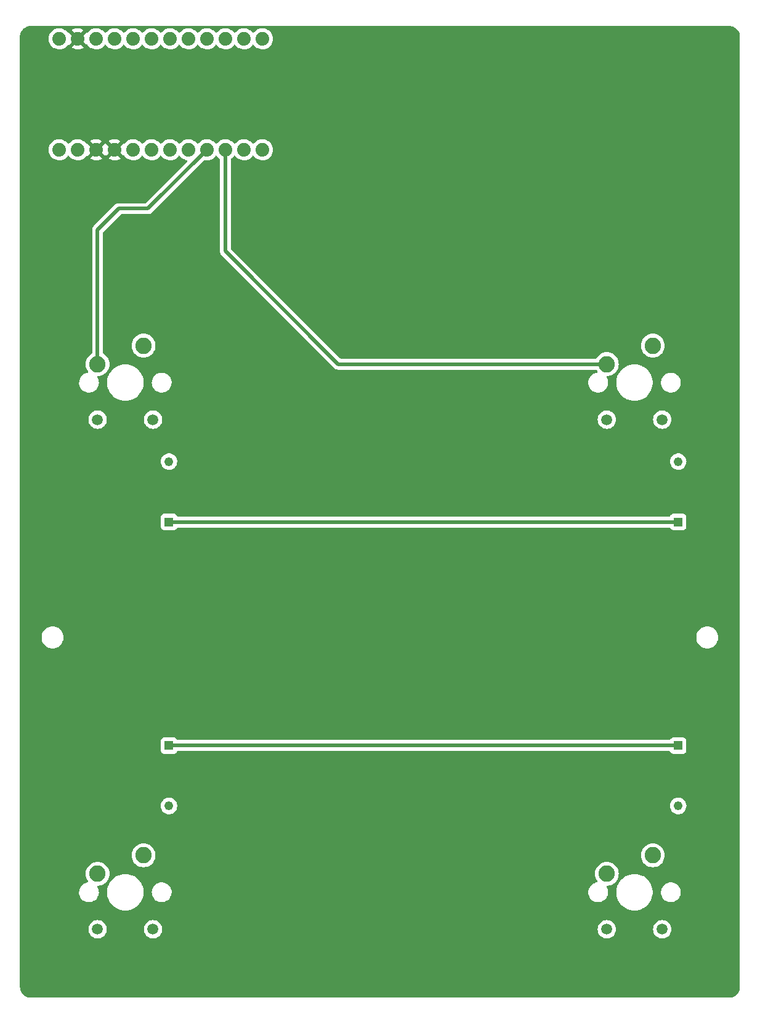
<source format=gbr>
%TF.GenerationSoftware,KiCad,Pcbnew,(6.0.7)*%
%TF.CreationDate,2023-05-25T00:24:43-04:00*%
%TF.ProjectId,Big_Keys_Keyboard,4269675f-4b65-4797-935f-4b6579626f61,rev?*%
%TF.SameCoordinates,Original*%
%TF.FileFunction,Copper,L2,Bot*%
%TF.FilePolarity,Positive*%
%FSLAX46Y46*%
G04 Gerber Fmt 4.6, Leading zero omitted, Abs format (unit mm)*
G04 Created by KiCad (PCBNEW (6.0.7)) date 2023-05-25 00:24:43*
%MOMM*%
%LPD*%
G01*
G04 APERTURE LIST*
%TA.AperFunction,ComponentPad*%
%ADD10C,1.238000*%
%TD*%
%TA.AperFunction,ComponentPad*%
%ADD11R,1.238000X1.238000*%
%TD*%
%TA.AperFunction,ComponentPad*%
%ADD12C,1.879600*%
%TD*%
%TA.AperFunction,ComponentPad*%
%ADD13C,1.508000*%
%TD*%
%TA.AperFunction,ComponentPad*%
%ADD14C,2.250000*%
%TD*%
%TA.AperFunction,Conductor*%
%ADD15C,0.500000*%
%TD*%
G04 APERTURE END LIST*
D10*
%TO.P,D1,A*%
%TO.N,Net-(D1-PadA)*%
X97000000Y-98854000D03*
D11*
%TO.P,D1,C*%
%TO.N,ROW1*%
X97000000Y-107146000D03*
%TD*%
D10*
%TO.P,D3,A*%
%TO.N,Net-(D3-PadA)*%
X167000000Y-98854000D03*
D11*
%TO.P,D3,C*%
%TO.N,ROW1*%
X167000000Y-107146000D03*
%TD*%
D12*
%TO.P,B1,24,RAW*%
%TO.N,unconnected-(B1-Pad24)*%
X81900000Y-40780000D03*
%TO.P,B1,23,GND*%
%TO.N,GND*%
X84440000Y-40780000D03*
%TO.P,B1,22,RESET*%
%TO.N,unconnected-(B1-Pad22)*%
X86980000Y-40780000D03*
%TO.P,B1,21,VCC*%
%TO.N,unconnected-(B1-Pad21)*%
X89520000Y-40780000D03*
%TO.P,B1,20,A3*%
%TO.N,unconnected-(B1-Pad20)*%
X92060000Y-40780000D03*
%TO.P,B1,19,A2*%
%TO.N,unconnected-(B1-Pad19)*%
X94600000Y-40780000D03*
%TO.P,B1,18,A1*%
%TO.N,unconnected-(B1-Pad18)*%
X97140000Y-40780000D03*
%TO.P,B1,17,A0*%
%TO.N,unconnected-(B1-Pad17)*%
X99680000Y-40780000D03*
%TO.P,B1,16,13(SCK)*%
%TO.N,unconnected-(B1-Pad16)*%
X102220000Y-40780000D03*
%TO.P,B1,15,12(MISO)*%
%TO.N,unconnected-(B1-Pad15)*%
X104760000Y-40780000D03*
%TO.P,B1,14,11(MOSI)*%
%TO.N,unconnected-(B1-Pad14)*%
X107300000Y-40780000D03*
%TO.P,B1,13,\u002A10*%
%TO.N,unconnected-(B1-Pad13)*%
X109840000Y-40780000D03*
%TO.P,B1,12,\u002A9*%
%TO.N,unconnected-(B1-Pad12)*%
X109840000Y-56020000D03*
%TO.P,B1,11,8*%
%TO.N,unconnected-(B1-Pad11)*%
X107300000Y-56020000D03*
%TO.P,B1,10,7*%
%TO.N,COL2*%
X104760000Y-56020000D03*
%TO.P,B1,9,\u002A6*%
%TO.N,COL1*%
X102220000Y-56020000D03*
%TO.P,B1,8,\u002A5*%
%TO.N,ROW2*%
X99680000Y-56020000D03*
%TO.P,B1,7,4*%
%TO.N,ROW1*%
X97140000Y-56020000D03*
%TO.P,B1,6,\u002A3*%
%TO.N,unconnected-(B1-Pad6)*%
X94600000Y-56020000D03*
%TO.P,B1,5,2*%
%TO.N,unconnected-(B1-Pad5)*%
X92060000Y-56020000D03*
%TO.P,B1,4,GND*%
%TO.N,GND*%
X89520000Y-56020000D03*
%TO.P,B1,3,GND*%
X86980000Y-56020000D03*
%TO.P,B1,2,RXI*%
%TO.N,unconnected-(B1-Pad2)*%
X84440000Y-56020000D03*
%TO.P,B1,1,TXO*%
%TO.N,unconnected-(B1-Pad1)*%
X81900000Y-56020000D03*
%TD*%
D13*
%TO.P,U3,BR1*%
%TO.N,N/C*%
X157190000Y-93080000D03*
%TO.P,U3,BR2*%
X164810000Y-93080000D03*
D14*
%TO.P,U3,P$1*%
%TO.N,Net-(D3-PadA)*%
X163510000Y-82920000D03*
%TO.P,U3,P$2*%
%TO.N,COL2*%
X157190000Y-85460000D03*
%TD*%
D13*
%TO.P,U1,BR1*%
%TO.N,N/C*%
X87190000Y-93080000D03*
%TO.P,U1,BR2*%
X94810000Y-93080000D03*
D14*
%TO.P,U1,P$1*%
%TO.N,Net-(D1-PadA)*%
X93510000Y-82920000D03*
%TO.P,U1,P$2*%
%TO.N,COL1*%
X87190000Y-85460000D03*
%TD*%
D13*
%TO.P,U2,BR1*%
%TO.N,N/C*%
X87190000Y-163080000D03*
%TO.P,U2,BR2*%
X94810000Y-163080000D03*
D14*
%TO.P,U2,P$1*%
%TO.N,Net-(D2-PadA)*%
X93510000Y-152920000D03*
%TO.P,U2,P$2*%
%TO.N,COL1*%
X87190000Y-155460000D03*
%TD*%
D10*
%TO.P,D2,A*%
%TO.N,Net-(D2-PadA)*%
X97000000Y-146146000D03*
D11*
%TO.P,D2,C*%
%TO.N,ROW2*%
X97000000Y-137854000D03*
%TD*%
D13*
%TO.P,U4,BR1*%
%TO.N,N/C*%
X157190000Y-163080000D03*
%TO.P,U4,BR2*%
X164810000Y-163080000D03*
D14*
%TO.P,U4,P$1*%
%TO.N,Net-(D4-PadA)*%
X163510000Y-152920000D03*
%TO.P,U4,P$2*%
%TO.N,COL2*%
X157190000Y-155460000D03*
%TD*%
D10*
%TO.P,D4,A*%
%TO.N,Net-(D4-PadA)*%
X167000000Y-146146000D03*
D11*
%TO.P,D4,C*%
%TO.N,ROW2*%
X167000000Y-137854000D03*
%TD*%
D15*
%TO.N,ROW1*%
X97000000Y-107146000D02*
X167000000Y-107146000D01*
%TO.N,ROW2*%
X97000000Y-137854000D02*
X167000000Y-137854000D01*
%TO.N,COL1*%
X87190000Y-67010000D02*
X87190000Y-85460000D01*
X90080000Y-64120000D02*
X87190000Y-67010000D01*
X102220000Y-56020000D02*
X94120000Y-64120000D01*
X94120000Y-64120000D02*
X90080000Y-64120000D01*
%TO.N,COL2*%
X157190000Y-85460000D02*
X120260000Y-85460000D01*
X104760000Y-69960000D02*
X104760000Y-56020000D01*
X120260000Y-85460000D02*
X104760000Y-69960000D01*
%TD*%
%TA.AperFunction,Conductor*%
%TO.N,GND*%
G36*
X173970018Y-39010000D02*
G01*
X173984851Y-39012310D01*
X173984855Y-39012310D01*
X173993724Y-39013691D01*
X174008981Y-39011696D01*
X174034302Y-39010953D01*
X174203285Y-39023039D01*
X174221064Y-39025596D01*
X174411392Y-39066999D01*
X174428641Y-39072063D01*
X174611150Y-39140136D01*
X174627502Y-39147604D01*
X174798458Y-39240952D01*
X174813582Y-39250672D01*
X174969514Y-39367402D01*
X174983100Y-39379175D01*
X175120825Y-39516900D01*
X175132598Y-39530486D01*
X175249328Y-39686418D01*
X175259048Y-39701542D01*
X175352396Y-39872498D01*
X175359864Y-39888850D01*
X175427937Y-40071359D01*
X175433001Y-40088607D01*
X175474404Y-40278936D01*
X175476961Y-40296715D01*
X175488540Y-40458601D01*
X175487793Y-40476565D01*
X175487692Y-40484845D01*
X175486309Y-40493724D01*
X175489398Y-40517344D01*
X175490436Y-40525283D01*
X175491500Y-40541621D01*
X175491500Y-170950633D01*
X175490000Y-170970018D01*
X175487690Y-170984851D01*
X175487690Y-170984855D01*
X175486309Y-170993724D01*
X175488136Y-171007693D01*
X175488304Y-171008976D01*
X175489047Y-171034305D01*
X175476962Y-171203279D01*
X175474404Y-171221064D01*
X175456598Y-171302919D01*
X175433001Y-171411392D01*
X175427937Y-171428641D01*
X175359864Y-171611150D01*
X175352396Y-171627502D01*
X175259048Y-171798458D01*
X175249328Y-171813582D01*
X175132598Y-171969514D01*
X175120825Y-171983100D01*
X174983100Y-172120825D01*
X174969514Y-172132598D01*
X174813582Y-172249328D01*
X174798458Y-172259048D01*
X174627502Y-172352396D01*
X174611150Y-172359864D01*
X174428641Y-172427937D01*
X174411393Y-172433001D01*
X174221064Y-172474404D01*
X174203285Y-172476961D01*
X174041395Y-172488540D01*
X174023435Y-172487793D01*
X174015155Y-172487692D01*
X174006276Y-172486309D01*
X173974714Y-172490436D01*
X173958379Y-172491500D01*
X78049367Y-172491500D01*
X78029982Y-172490000D01*
X78015149Y-172487690D01*
X78015145Y-172487690D01*
X78006276Y-172486309D01*
X77991019Y-172488304D01*
X77965698Y-172489047D01*
X77796715Y-172476961D01*
X77778936Y-172474404D01*
X77588607Y-172433001D01*
X77571359Y-172427937D01*
X77388850Y-172359864D01*
X77372498Y-172352396D01*
X77201542Y-172259048D01*
X77186418Y-172249328D01*
X77030486Y-172132598D01*
X77016900Y-172120825D01*
X76879175Y-171983100D01*
X76867402Y-171969514D01*
X76750672Y-171813582D01*
X76740952Y-171798458D01*
X76647604Y-171627502D01*
X76640136Y-171611150D01*
X76572063Y-171428641D01*
X76566999Y-171411392D01*
X76543402Y-171302919D01*
X76525596Y-171221064D01*
X76523038Y-171203278D01*
X76511719Y-171045012D01*
X76512805Y-171022245D01*
X76512334Y-171022203D01*
X76512770Y-171017345D01*
X76513576Y-171012552D01*
X76513729Y-171000000D01*
X76509773Y-170972376D01*
X76508500Y-170954514D01*
X76508500Y-163080000D01*
X85922677Y-163080000D01*
X85941930Y-163300068D01*
X85999106Y-163513450D01*
X86092466Y-163713661D01*
X86219174Y-163894620D01*
X86375380Y-164050826D01*
X86379888Y-164053983D01*
X86379891Y-164053985D01*
X86551829Y-164174377D01*
X86556338Y-164177534D01*
X86561320Y-164179857D01*
X86561325Y-164179860D01*
X86751568Y-164268571D01*
X86756550Y-164270894D01*
X86761858Y-164272316D01*
X86761860Y-164272317D01*
X86827252Y-164289839D01*
X86969932Y-164328070D01*
X87190000Y-164347323D01*
X87410068Y-164328070D01*
X87552748Y-164289839D01*
X87618140Y-164272317D01*
X87618142Y-164272316D01*
X87623450Y-164270894D01*
X87628432Y-164268571D01*
X87818675Y-164179860D01*
X87818680Y-164179857D01*
X87823662Y-164177534D01*
X87828171Y-164174377D01*
X88000109Y-164053985D01*
X88000112Y-164053983D01*
X88004620Y-164050826D01*
X88160826Y-163894620D01*
X88287534Y-163713661D01*
X88380894Y-163513450D01*
X88438070Y-163300068D01*
X88457323Y-163080000D01*
X93542677Y-163080000D01*
X93561930Y-163300068D01*
X93619106Y-163513450D01*
X93712466Y-163713661D01*
X93839174Y-163894620D01*
X93995380Y-164050826D01*
X93999888Y-164053983D01*
X93999891Y-164053985D01*
X94171829Y-164174377D01*
X94176338Y-164177534D01*
X94181320Y-164179857D01*
X94181325Y-164179860D01*
X94371568Y-164268571D01*
X94376550Y-164270894D01*
X94381858Y-164272316D01*
X94381860Y-164272317D01*
X94447252Y-164289839D01*
X94589932Y-164328070D01*
X94810000Y-164347323D01*
X95030068Y-164328070D01*
X95172748Y-164289839D01*
X95238140Y-164272317D01*
X95238142Y-164272316D01*
X95243450Y-164270894D01*
X95248432Y-164268571D01*
X95438675Y-164179860D01*
X95438680Y-164179857D01*
X95443662Y-164177534D01*
X95448171Y-164174377D01*
X95620109Y-164053985D01*
X95620112Y-164053983D01*
X95624620Y-164050826D01*
X95780826Y-163894620D01*
X95907534Y-163713661D01*
X96000894Y-163513450D01*
X96058070Y-163300068D01*
X96077323Y-163080000D01*
X155922677Y-163080000D01*
X155941930Y-163300068D01*
X155999106Y-163513450D01*
X156092466Y-163713661D01*
X156219174Y-163894620D01*
X156375380Y-164050826D01*
X156379888Y-164053983D01*
X156379891Y-164053985D01*
X156551829Y-164174377D01*
X156556338Y-164177534D01*
X156561320Y-164179857D01*
X156561325Y-164179860D01*
X156751568Y-164268571D01*
X156756550Y-164270894D01*
X156761858Y-164272316D01*
X156761860Y-164272317D01*
X156827252Y-164289839D01*
X156969932Y-164328070D01*
X157190000Y-164347323D01*
X157410068Y-164328070D01*
X157552748Y-164289839D01*
X157618140Y-164272317D01*
X157618142Y-164272316D01*
X157623450Y-164270894D01*
X157628432Y-164268571D01*
X157818675Y-164179860D01*
X157818680Y-164179857D01*
X157823662Y-164177534D01*
X157828171Y-164174377D01*
X158000109Y-164053985D01*
X158000112Y-164053983D01*
X158004620Y-164050826D01*
X158160826Y-163894620D01*
X158287534Y-163713661D01*
X158380894Y-163513450D01*
X158438070Y-163300068D01*
X158457323Y-163080000D01*
X163542677Y-163080000D01*
X163561930Y-163300068D01*
X163619106Y-163513450D01*
X163712466Y-163713661D01*
X163839174Y-163894620D01*
X163995380Y-164050826D01*
X163999888Y-164053983D01*
X163999891Y-164053985D01*
X164171829Y-164174377D01*
X164176338Y-164177534D01*
X164181320Y-164179857D01*
X164181325Y-164179860D01*
X164371568Y-164268571D01*
X164376550Y-164270894D01*
X164381858Y-164272316D01*
X164381860Y-164272317D01*
X164447252Y-164289839D01*
X164589932Y-164328070D01*
X164810000Y-164347323D01*
X165030068Y-164328070D01*
X165172748Y-164289839D01*
X165238140Y-164272317D01*
X165238142Y-164272316D01*
X165243450Y-164270894D01*
X165248432Y-164268571D01*
X165438675Y-164179860D01*
X165438680Y-164179857D01*
X165443662Y-164177534D01*
X165448171Y-164174377D01*
X165620109Y-164053985D01*
X165620112Y-164053983D01*
X165624620Y-164050826D01*
X165780826Y-163894620D01*
X165907534Y-163713661D01*
X166000894Y-163513450D01*
X166058070Y-163300068D01*
X166077323Y-163080000D01*
X166058070Y-162859932D01*
X166000894Y-162646550D01*
X165907534Y-162446339D01*
X165780826Y-162265380D01*
X165624620Y-162109174D01*
X165620112Y-162106017D01*
X165620109Y-162106015D01*
X165448171Y-161985623D01*
X165448168Y-161985621D01*
X165443662Y-161982466D01*
X165438680Y-161980143D01*
X165438675Y-161980140D01*
X165248432Y-161891429D01*
X165248431Y-161891429D01*
X165243450Y-161889106D01*
X165238142Y-161887684D01*
X165238140Y-161887683D01*
X165172748Y-161870161D01*
X165030068Y-161831930D01*
X164810000Y-161812677D01*
X164589932Y-161831930D01*
X164447252Y-161870161D01*
X164381860Y-161887683D01*
X164381858Y-161887684D01*
X164376550Y-161889106D01*
X164371569Y-161891428D01*
X164371568Y-161891429D01*
X164181320Y-161980143D01*
X164181317Y-161980145D01*
X164176339Y-161982466D01*
X163995380Y-162109174D01*
X163839174Y-162265380D01*
X163712466Y-162446339D01*
X163619106Y-162646550D01*
X163561930Y-162859932D01*
X163542677Y-163080000D01*
X158457323Y-163080000D01*
X158438070Y-162859932D01*
X158380894Y-162646550D01*
X158287534Y-162446339D01*
X158160826Y-162265380D01*
X158004620Y-162109174D01*
X158000112Y-162106017D01*
X158000109Y-162106015D01*
X157828171Y-161985623D01*
X157828168Y-161985621D01*
X157823662Y-161982466D01*
X157818680Y-161980143D01*
X157818675Y-161980140D01*
X157628432Y-161891429D01*
X157628431Y-161891429D01*
X157623450Y-161889106D01*
X157618142Y-161887684D01*
X157618140Y-161887683D01*
X157552748Y-161870161D01*
X157410068Y-161831930D01*
X157190000Y-161812677D01*
X156969932Y-161831930D01*
X156827252Y-161870161D01*
X156761860Y-161887683D01*
X156761858Y-161887684D01*
X156756550Y-161889106D01*
X156751569Y-161891428D01*
X156751568Y-161891429D01*
X156561320Y-161980143D01*
X156561317Y-161980145D01*
X156556339Y-161982466D01*
X156375380Y-162109174D01*
X156219174Y-162265380D01*
X156092466Y-162446339D01*
X155999106Y-162646550D01*
X155941930Y-162859932D01*
X155922677Y-163080000D01*
X96077323Y-163080000D01*
X96058070Y-162859932D01*
X96000894Y-162646550D01*
X95907534Y-162446339D01*
X95780826Y-162265380D01*
X95624620Y-162109174D01*
X95620112Y-162106017D01*
X95620109Y-162106015D01*
X95448171Y-161985623D01*
X95448168Y-161985621D01*
X95443662Y-161982466D01*
X95438680Y-161980143D01*
X95438675Y-161980140D01*
X95248432Y-161891429D01*
X95248431Y-161891429D01*
X95243450Y-161889106D01*
X95238142Y-161887684D01*
X95238140Y-161887683D01*
X95172748Y-161870161D01*
X95030068Y-161831930D01*
X94810000Y-161812677D01*
X94589932Y-161831930D01*
X94447252Y-161870161D01*
X94381860Y-161887683D01*
X94381858Y-161887684D01*
X94376550Y-161889106D01*
X94371569Y-161891428D01*
X94371568Y-161891429D01*
X94181320Y-161980143D01*
X94181317Y-161980145D01*
X94176339Y-161982466D01*
X93995380Y-162109174D01*
X93839174Y-162265380D01*
X93712466Y-162446339D01*
X93619106Y-162646550D01*
X93561930Y-162859932D01*
X93542677Y-163080000D01*
X88457323Y-163080000D01*
X88438070Y-162859932D01*
X88380894Y-162646550D01*
X88287534Y-162446339D01*
X88160826Y-162265380D01*
X88004620Y-162109174D01*
X88000112Y-162106017D01*
X88000109Y-162106015D01*
X87828171Y-161985623D01*
X87828168Y-161985621D01*
X87823662Y-161982466D01*
X87818680Y-161980143D01*
X87818675Y-161980140D01*
X87628432Y-161891429D01*
X87628431Y-161891429D01*
X87623450Y-161889106D01*
X87618142Y-161887684D01*
X87618140Y-161887683D01*
X87552748Y-161870161D01*
X87410068Y-161831930D01*
X87190000Y-161812677D01*
X86969932Y-161831930D01*
X86827252Y-161870161D01*
X86761860Y-161887683D01*
X86761858Y-161887684D01*
X86756550Y-161889106D01*
X86751569Y-161891428D01*
X86751568Y-161891429D01*
X86561320Y-161980143D01*
X86561317Y-161980145D01*
X86556339Y-161982466D01*
X86375380Y-162109174D01*
X86219174Y-162265380D01*
X86092466Y-162446339D01*
X85999106Y-162646550D01*
X85941930Y-162859932D01*
X85922677Y-163080000D01*
X76508500Y-163080000D01*
X76508500Y-157935774D01*
X84638102Y-157935774D01*
X84646751Y-158166158D01*
X84694093Y-158391791D01*
X84778776Y-158606221D01*
X84898377Y-158803317D01*
X84901874Y-158807347D01*
X84988438Y-158907103D01*
X85049477Y-158977445D01*
X85053608Y-158980832D01*
X85223627Y-159120240D01*
X85223633Y-159120244D01*
X85227755Y-159123624D01*
X85232391Y-159126263D01*
X85232394Y-159126265D01*
X85341422Y-159188327D01*
X85428114Y-159237675D01*
X85644825Y-159316337D01*
X85650074Y-159317286D01*
X85650077Y-159317287D01*
X85867608Y-159356623D01*
X85867615Y-159356624D01*
X85871692Y-159357361D01*
X85889414Y-159358197D01*
X85894356Y-159358430D01*
X85894363Y-159358430D01*
X85895844Y-159358500D01*
X86057890Y-159358500D01*
X86124809Y-159352822D01*
X86224409Y-159344371D01*
X86224413Y-159344370D01*
X86229720Y-159343920D01*
X86234875Y-159342582D01*
X86234881Y-159342581D01*
X86447703Y-159287343D01*
X86447707Y-159287342D01*
X86452872Y-159286001D01*
X86457738Y-159283809D01*
X86457741Y-159283808D01*
X86658202Y-159193507D01*
X86663075Y-159191312D01*
X86854319Y-159062559D01*
X87021135Y-158903424D01*
X87158754Y-158718458D01*
X87263240Y-158512949D01*
X87299321Y-158396752D01*
X87330024Y-158297871D01*
X87331607Y-158292773D01*
X87332308Y-158287484D01*
X87349544Y-158157438D01*
X88497600Y-158157438D01*
X88537064Y-158469830D01*
X88615370Y-158774813D01*
X88731284Y-159067577D01*
X88733186Y-159071036D01*
X88733187Y-159071039D01*
X88867040Y-159314516D01*
X88882976Y-159343504D01*
X89068055Y-159598244D01*
X89283602Y-159827778D01*
X89526218Y-160028487D01*
X89792076Y-160197206D01*
X89795655Y-160198890D01*
X89795662Y-160198894D01*
X90073394Y-160329584D01*
X90073398Y-160329586D01*
X90076984Y-160331273D01*
X90376448Y-160428575D01*
X90685746Y-160487577D01*
X90779300Y-160493463D01*
X90919358Y-160502275D01*
X90919374Y-160502276D01*
X90921353Y-160502400D01*
X91078647Y-160502400D01*
X91080626Y-160502276D01*
X91080642Y-160502275D01*
X91220700Y-160493463D01*
X91314254Y-160487577D01*
X91623552Y-160428575D01*
X91923016Y-160331273D01*
X91926602Y-160329586D01*
X91926606Y-160329584D01*
X92204338Y-160198894D01*
X92204345Y-160198890D01*
X92207924Y-160197206D01*
X92473782Y-160028487D01*
X92716398Y-159827778D01*
X92931945Y-159598244D01*
X93117024Y-159343504D01*
X93132961Y-159314516D01*
X93266813Y-159071039D01*
X93266814Y-159071036D01*
X93268716Y-159067577D01*
X93384630Y-158774813D01*
X93462936Y-158469830D01*
X93502400Y-158157438D01*
X93502400Y-157935774D01*
X94638102Y-157935774D01*
X94646751Y-158166158D01*
X94694093Y-158391791D01*
X94778776Y-158606221D01*
X94898377Y-158803317D01*
X94901874Y-158807347D01*
X94988438Y-158907103D01*
X95049477Y-158977445D01*
X95053608Y-158980832D01*
X95223627Y-159120240D01*
X95223633Y-159120244D01*
X95227755Y-159123624D01*
X95232391Y-159126263D01*
X95232394Y-159126265D01*
X95341422Y-159188327D01*
X95428114Y-159237675D01*
X95644825Y-159316337D01*
X95650074Y-159317286D01*
X95650077Y-159317287D01*
X95867608Y-159356623D01*
X95867615Y-159356624D01*
X95871692Y-159357361D01*
X95889414Y-159358197D01*
X95894356Y-159358430D01*
X95894363Y-159358430D01*
X95895844Y-159358500D01*
X96057890Y-159358500D01*
X96124809Y-159352822D01*
X96224409Y-159344371D01*
X96224413Y-159344370D01*
X96229720Y-159343920D01*
X96234875Y-159342582D01*
X96234881Y-159342581D01*
X96447703Y-159287343D01*
X96447707Y-159287342D01*
X96452872Y-159286001D01*
X96457738Y-159283809D01*
X96457741Y-159283808D01*
X96658202Y-159193507D01*
X96663075Y-159191312D01*
X96854319Y-159062559D01*
X97021135Y-158903424D01*
X97158754Y-158718458D01*
X97263240Y-158512949D01*
X97299321Y-158396752D01*
X97330024Y-158297871D01*
X97331607Y-158292773D01*
X97332308Y-158287484D01*
X97361198Y-158069511D01*
X97361198Y-158069506D01*
X97361898Y-158064226D01*
X97357076Y-157935774D01*
X154638102Y-157935774D01*
X154646751Y-158166158D01*
X154694093Y-158391791D01*
X154778776Y-158606221D01*
X154898377Y-158803317D01*
X154901874Y-158807347D01*
X154988438Y-158907103D01*
X155049477Y-158977445D01*
X155053608Y-158980832D01*
X155223627Y-159120240D01*
X155223633Y-159120244D01*
X155227755Y-159123624D01*
X155232391Y-159126263D01*
X155232394Y-159126265D01*
X155341422Y-159188327D01*
X155428114Y-159237675D01*
X155644825Y-159316337D01*
X155650074Y-159317286D01*
X155650077Y-159317287D01*
X155867608Y-159356623D01*
X155867615Y-159356624D01*
X155871692Y-159357361D01*
X155889414Y-159358197D01*
X155894356Y-159358430D01*
X155894363Y-159358430D01*
X155895844Y-159358500D01*
X156057890Y-159358500D01*
X156124809Y-159352822D01*
X156224409Y-159344371D01*
X156224413Y-159344370D01*
X156229720Y-159343920D01*
X156234875Y-159342582D01*
X156234881Y-159342581D01*
X156447703Y-159287343D01*
X156447707Y-159287342D01*
X156452872Y-159286001D01*
X156457738Y-159283809D01*
X156457741Y-159283808D01*
X156658202Y-159193507D01*
X156663075Y-159191312D01*
X156854319Y-159062559D01*
X157021135Y-158903424D01*
X157158754Y-158718458D01*
X157263240Y-158512949D01*
X157299321Y-158396752D01*
X157330024Y-158297871D01*
X157331607Y-158292773D01*
X157332308Y-158287484D01*
X157349544Y-158157438D01*
X158497600Y-158157438D01*
X158537064Y-158469830D01*
X158615370Y-158774813D01*
X158731284Y-159067577D01*
X158733186Y-159071036D01*
X158733187Y-159071039D01*
X158867040Y-159314516D01*
X158882976Y-159343504D01*
X159068055Y-159598244D01*
X159283602Y-159827778D01*
X159526218Y-160028487D01*
X159792076Y-160197206D01*
X159795655Y-160198890D01*
X159795662Y-160198894D01*
X160073394Y-160329584D01*
X160073398Y-160329586D01*
X160076984Y-160331273D01*
X160376448Y-160428575D01*
X160685746Y-160487577D01*
X160779300Y-160493463D01*
X160919358Y-160502275D01*
X160919374Y-160502276D01*
X160921353Y-160502400D01*
X161078647Y-160502400D01*
X161080626Y-160502276D01*
X161080642Y-160502275D01*
X161220700Y-160493463D01*
X161314254Y-160487577D01*
X161623552Y-160428575D01*
X161923016Y-160331273D01*
X161926602Y-160329586D01*
X161926606Y-160329584D01*
X162204338Y-160198894D01*
X162204345Y-160198890D01*
X162207924Y-160197206D01*
X162473782Y-160028487D01*
X162716398Y-159827778D01*
X162931945Y-159598244D01*
X163117024Y-159343504D01*
X163132961Y-159314516D01*
X163266813Y-159071039D01*
X163266814Y-159071036D01*
X163268716Y-159067577D01*
X163384630Y-158774813D01*
X163462936Y-158469830D01*
X163502400Y-158157438D01*
X163502400Y-157935774D01*
X164638102Y-157935774D01*
X164646751Y-158166158D01*
X164694093Y-158391791D01*
X164778776Y-158606221D01*
X164898377Y-158803317D01*
X164901874Y-158807347D01*
X164988438Y-158907103D01*
X165049477Y-158977445D01*
X165053608Y-158980832D01*
X165223627Y-159120240D01*
X165223633Y-159120244D01*
X165227755Y-159123624D01*
X165232391Y-159126263D01*
X165232394Y-159126265D01*
X165341422Y-159188327D01*
X165428114Y-159237675D01*
X165644825Y-159316337D01*
X165650074Y-159317286D01*
X165650077Y-159317287D01*
X165867608Y-159356623D01*
X165867615Y-159356624D01*
X165871692Y-159357361D01*
X165889414Y-159358197D01*
X165894356Y-159358430D01*
X165894363Y-159358430D01*
X165895844Y-159358500D01*
X166057890Y-159358500D01*
X166124809Y-159352822D01*
X166224409Y-159344371D01*
X166224413Y-159344370D01*
X166229720Y-159343920D01*
X166234875Y-159342582D01*
X166234881Y-159342581D01*
X166447703Y-159287343D01*
X166447707Y-159287342D01*
X166452872Y-159286001D01*
X166457738Y-159283809D01*
X166457741Y-159283808D01*
X166658202Y-159193507D01*
X166663075Y-159191312D01*
X166854319Y-159062559D01*
X167021135Y-158903424D01*
X167158754Y-158718458D01*
X167263240Y-158512949D01*
X167299321Y-158396752D01*
X167330024Y-158297871D01*
X167331607Y-158292773D01*
X167332308Y-158287484D01*
X167361198Y-158069511D01*
X167361198Y-158069506D01*
X167361898Y-158064226D01*
X167353249Y-157833842D01*
X167305907Y-157608209D01*
X167221224Y-157393779D01*
X167101623Y-157196683D01*
X167098126Y-157192653D01*
X166954023Y-157026588D01*
X166954021Y-157026586D01*
X166950523Y-157022555D01*
X166908970Y-156988484D01*
X166776373Y-156879760D01*
X166776367Y-156879756D01*
X166772245Y-156876376D01*
X166767609Y-156873737D01*
X166767606Y-156873735D01*
X166576529Y-156764968D01*
X166571886Y-156762325D01*
X166355175Y-156683663D01*
X166349926Y-156682714D01*
X166349923Y-156682713D01*
X166132392Y-156643377D01*
X166132385Y-156643376D01*
X166128308Y-156642639D01*
X166110586Y-156641803D01*
X166105644Y-156641570D01*
X166105637Y-156641570D01*
X166104156Y-156641500D01*
X165942110Y-156641500D01*
X165875191Y-156647178D01*
X165775591Y-156655629D01*
X165775587Y-156655630D01*
X165770280Y-156656080D01*
X165765125Y-156657418D01*
X165765119Y-156657419D01*
X165552297Y-156712657D01*
X165552293Y-156712658D01*
X165547128Y-156713999D01*
X165542262Y-156716191D01*
X165542259Y-156716192D01*
X165433980Y-156764968D01*
X165336925Y-156808688D01*
X165145681Y-156937441D01*
X164978865Y-157096576D01*
X164841246Y-157281542D01*
X164736760Y-157487051D01*
X164735178Y-157492145D01*
X164735177Y-157492148D01*
X164673115Y-157692020D01*
X164668393Y-157707227D01*
X164667692Y-157712516D01*
X164652304Y-157828623D01*
X164638102Y-157935774D01*
X163502400Y-157935774D01*
X163502400Y-157842562D01*
X163462936Y-157530170D01*
X163384630Y-157225187D01*
X163268716Y-156932423D01*
X163262906Y-156921855D01*
X163118933Y-156659968D01*
X163118931Y-156659965D01*
X163117024Y-156656496D01*
X163004351Y-156501415D01*
X162934273Y-156404960D01*
X162934272Y-156404958D01*
X162931945Y-156401756D01*
X162716398Y-156172222D01*
X162473782Y-155971513D01*
X162207924Y-155802794D01*
X162204345Y-155801110D01*
X162204338Y-155801106D01*
X161926606Y-155670416D01*
X161926602Y-155670414D01*
X161923016Y-155668727D01*
X161623552Y-155571425D01*
X161314254Y-155512423D01*
X161220700Y-155506537D01*
X161080642Y-155497725D01*
X161080626Y-155497724D01*
X161078647Y-155497600D01*
X160921353Y-155497600D01*
X160919374Y-155497724D01*
X160919358Y-155497725D01*
X160779300Y-155506537D01*
X160685746Y-155512423D01*
X160376448Y-155571425D01*
X160076984Y-155668727D01*
X160073398Y-155670414D01*
X160073394Y-155670416D01*
X159795662Y-155801106D01*
X159795655Y-155801110D01*
X159792076Y-155802794D01*
X159526218Y-155971513D01*
X159283602Y-156172222D01*
X159068055Y-156401756D01*
X159065728Y-156404958D01*
X159065727Y-156404960D01*
X158995649Y-156501415D01*
X158882976Y-156656496D01*
X158881069Y-156659965D01*
X158881067Y-156659968D01*
X158737094Y-156921855D01*
X158731284Y-156932423D01*
X158615370Y-157225187D01*
X158537064Y-157530170D01*
X158497600Y-157842562D01*
X158497600Y-158157438D01*
X157349544Y-158157438D01*
X157361198Y-158069511D01*
X157361198Y-158069506D01*
X157361898Y-158064226D01*
X157353249Y-157833842D01*
X157305907Y-157608209D01*
X157221224Y-157393779D01*
X157154964Y-157284585D01*
X157136725Y-157215973D01*
X157158476Y-157148391D01*
X157213312Y-157103296D01*
X157252797Y-157093609D01*
X157316965Y-157088559D01*
X157446326Y-157078378D01*
X157451133Y-157077224D01*
X157451139Y-157077223D01*
X157609498Y-157039204D01*
X157696340Y-157018355D01*
X157700913Y-157016461D01*
X157929313Y-156921855D01*
X157929317Y-156921853D01*
X157933887Y-156919960D01*
X158153116Y-156785616D01*
X158348631Y-156618631D01*
X158515616Y-156423116D01*
X158649960Y-156203887D01*
X158661881Y-156175109D01*
X158746461Y-155970913D01*
X158746462Y-155970911D01*
X158748355Y-155966340D01*
X158808378Y-155716326D01*
X158828551Y-155460000D01*
X158808378Y-155203674D01*
X158748355Y-154953660D01*
X158649960Y-154716113D01*
X158515616Y-154496884D01*
X158348631Y-154301369D01*
X158153116Y-154134384D01*
X157933887Y-154000040D01*
X157929317Y-153998147D01*
X157929313Y-153998145D01*
X157700913Y-153903539D01*
X157700911Y-153903538D01*
X157696340Y-153901645D01*
X157601596Y-153878899D01*
X157451139Y-153842777D01*
X157451133Y-153842776D01*
X157446326Y-153841622D01*
X157190000Y-153821449D01*
X156933674Y-153841622D01*
X156928867Y-153842776D01*
X156928861Y-153842777D01*
X156778404Y-153878899D01*
X156683660Y-153901645D01*
X156679089Y-153903538D01*
X156679087Y-153903539D01*
X156450687Y-153998145D01*
X156450683Y-153998147D01*
X156446113Y-154000040D01*
X156226884Y-154134384D01*
X156031369Y-154301369D01*
X155864384Y-154496884D01*
X155730040Y-154716113D01*
X155631645Y-154953660D01*
X155571622Y-155203674D01*
X155551449Y-155460000D01*
X155571622Y-155716326D01*
X155631645Y-155966340D01*
X155633538Y-155970911D01*
X155633539Y-155970913D01*
X155718120Y-156175109D01*
X155730040Y-156203887D01*
X155864384Y-156423116D01*
X155884156Y-156446266D01*
X155913186Y-156511051D01*
X155902582Y-156581251D01*
X155855708Y-156634574D01*
X155798998Y-156653643D01*
X155775591Y-156655629D01*
X155775587Y-156655630D01*
X155770280Y-156656080D01*
X155765125Y-156657418D01*
X155765119Y-156657419D01*
X155552297Y-156712657D01*
X155552293Y-156712658D01*
X155547128Y-156713999D01*
X155542262Y-156716191D01*
X155542259Y-156716192D01*
X155433980Y-156764968D01*
X155336925Y-156808688D01*
X155145681Y-156937441D01*
X154978865Y-157096576D01*
X154841246Y-157281542D01*
X154736760Y-157487051D01*
X154735178Y-157492145D01*
X154735177Y-157492148D01*
X154673115Y-157692020D01*
X154668393Y-157707227D01*
X154667692Y-157712516D01*
X154652304Y-157828623D01*
X154638102Y-157935774D01*
X97357076Y-157935774D01*
X97353249Y-157833842D01*
X97305907Y-157608209D01*
X97221224Y-157393779D01*
X97101623Y-157196683D01*
X97098126Y-157192653D01*
X96954023Y-157026588D01*
X96954021Y-157026586D01*
X96950523Y-157022555D01*
X96908970Y-156988484D01*
X96776373Y-156879760D01*
X96776367Y-156879756D01*
X96772245Y-156876376D01*
X96767609Y-156873737D01*
X96767606Y-156873735D01*
X96576529Y-156764968D01*
X96571886Y-156762325D01*
X96355175Y-156683663D01*
X96349926Y-156682714D01*
X96349923Y-156682713D01*
X96132392Y-156643377D01*
X96132385Y-156643376D01*
X96128308Y-156642639D01*
X96110586Y-156641803D01*
X96105644Y-156641570D01*
X96105637Y-156641570D01*
X96104156Y-156641500D01*
X95942110Y-156641500D01*
X95875191Y-156647178D01*
X95775591Y-156655629D01*
X95775587Y-156655630D01*
X95770280Y-156656080D01*
X95765125Y-156657418D01*
X95765119Y-156657419D01*
X95552297Y-156712657D01*
X95552293Y-156712658D01*
X95547128Y-156713999D01*
X95542262Y-156716191D01*
X95542259Y-156716192D01*
X95433980Y-156764968D01*
X95336925Y-156808688D01*
X95145681Y-156937441D01*
X94978865Y-157096576D01*
X94841246Y-157281542D01*
X94736760Y-157487051D01*
X94735178Y-157492145D01*
X94735177Y-157492148D01*
X94673115Y-157692020D01*
X94668393Y-157707227D01*
X94667692Y-157712516D01*
X94652304Y-157828623D01*
X94638102Y-157935774D01*
X93502400Y-157935774D01*
X93502400Y-157842562D01*
X93462936Y-157530170D01*
X93384630Y-157225187D01*
X93268716Y-156932423D01*
X93262906Y-156921855D01*
X93118933Y-156659968D01*
X93118931Y-156659965D01*
X93117024Y-156656496D01*
X93004351Y-156501415D01*
X92934273Y-156404960D01*
X92934272Y-156404958D01*
X92931945Y-156401756D01*
X92716398Y-156172222D01*
X92473782Y-155971513D01*
X92207924Y-155802794D01*
X92204345Y-155801110D01*
X92204338Y-155801106D01*
X91926606Y-155670416D01*
X91926602Y-155670414D01*
X91923016Y-155668727D01*
X91623552Y-155571425D01*
X91314254Y-155512423D01*
X91220700Y-155506537D01*
X91080642Y-155497725D01*
X91080626Y-155497724D01*
X91078647Y-155497600D01*
X90921353Y-155497600D01*
X90919374Y-155497724D01*
X90919358Y-155497725D01*
X90779300Y-155506537D01*
X90685746Y-155512423D01*
X90376448Y-155571425D01*
X90076984Y-155668727D01*
X90073398Y-155670414D01*
X90073394Y-155670416D01*
X89795662Y-155801106D01*
X89795655Y-155801110D01*
X89792076Y-155802794D01*
X89526218Y-155971513D01*
X89283602Y-156172222D01*
X89068055Y-156401756D01*
X89065728Y-156404958D01*
X89065727Y-156404960D01*
X88995649Y-156501415D01*
X88882976Y-156656496D01*
X88881069Y-156659965D01*
X88881067Y-156659968D01*
X88737094Y-156921855D01*
X88731284Y-156932423D01*
X88615370Y-157225187D01*
X88537064Y-157530170D01*
X88497600Y-157842562D01*
X88497600Y-158157438D01*
X87349544Y-158157438D01*
X87361198Y-158069511D01*
X87361198Y-158069506D01*
X87361898Y-158064226D01*
X87353249Y-157833842D01*
X87305907Y-157608209D01*
X87221224Y-157393779D01*
X87154964Y-157284585D01*
X87136725Y-157215973D01*
X87158476Y-157148391D01*
X87213312Y-157103296D01*
X87252797Y-157093609D01*
X87316965Y-157088559D01*
X87446326Y-157078378D01*
X87451133Y-157077224D01*
X87451139Y-157077223D01*
X87609498Y-157039204D01*
X87696340Y-157018355D01*
X87700913Y-157016461D01*
X87929313Y-156921855D01*
X87929317Y-156921853D01*
X87933887Y-156919960D01*
X88153116Y-156785616D01*
X88348631Y-156618631D01*
X88515616Y-156423116D01*
X88649960Y-156203887D01*
X88661881Y-156175109D01*
X88746461Y-155970913D01*
X88746462Y-155970911D01*
X88748355Y-155966340D01*
X88808378Y-155716326D01*
X88828551Y-155460000D01*
X88808378Y-155203674D01*
X88748355Y-154953660D01*
X88649960Y-154716113D01*
X88515616Y-154496884D01*
X88348631Y-154301369D01*
X88153116Y-154134384D01*
X87933887Y-154000040D01*
X87929317Y-153998147D01*
X87929313Y-153998145D01*
X87700913Y-153903539D01*
X87700911Y-153903538D01*
X87696340Y-153901645D01*
X87601596Y-153878899D01*
X87451139Y-153842777D01*
X87451133Y-153842776D01*
X87446326Y-153841622D01*
X87190000Y-153821449D01*
X86933674Y-153841622D01*
X86928867Y-153842776D01*
X86928861Y-153842777D01*
X86778404Y-153878899D01*
X86683660Y-153901645D01*
X86679089Y-153903538D01*
X86679087Y-153903539D01*
X86450687Y-153998145D01*
X86450683Y-153998147D01*
X86446113Y-154000040D01*
X86226884Y-154134384D01*
X86031369Y-154301369D01*
X85864384Y-154496884D01*
X85730040Y-154716113D01*
X85631645Y-154953660D01*
X85571622Y-155203674D01*
X85551449Y-155460000D01*
X85571622Y-155716326D01*
X85631645Y-155966340D01*
X85633538Y-155970911D01*
X85633539Y-155970913D01*
X85718120Y-156175109D01*
X85730040Y-156203887D01*
X85864384Y-156423116D01*
X85884156Y-156446266D01*
X85913186Y-156511051D01*
X85902582Y-156581251D01*
X85855708Y-156634574D01*
X85798998Y-156653643D01*
X85775591Y-156655629D01*
X85775587Y-156655630D01*
X85770280Y-156656080D01*
X85765125Y-156657418D01*
X85765119Y-156657419D01*
X85552297Y-156712657D01*
X85552293Y-156712658D01*
X85547128Y-156713999D01*
X85542262Y-156716191D01*
X85542259Y-156716192D01*
X85433980Y-156764968D01*
X85336925Y-156808688D01*
X85145681Y-156937441D01*
X84978865Y-157096576D01*
X84841246Y-157281542D01*
X84736760Y-157487051D01*
X84735178Y-157492145D01*
X84735177Y-157492148D01*
X84673115Y-157692020D01*
X84668393Y-157707227D01*
X84667692Y-157712516D01*
X84652304Y-157828623D01*
X84638102Y-157935774D01*
X76508500Y-157935774D01*
X76508500Y-152920000D01*
X91871449Y-152920000D01*
X91891622Y-153176326D01*
X91951645Y-153426340D01*
X92050040Y-153663887D01*
X92184384Y-153883116D01*
X92351369Y-154078631D01*
X92546884Y-154245616D01*
X92766113Y-154379960D01*
X92770683Y-154381853D01*
X92770687Y-154381855D01*
X92999087Y-154476461D01*
X93003660Y-154478355D01*
X93065157Y-154493119D01*
X93248861Y-154537223D01*
X93248867Y-154537224D01*
X93253674Y-154538378D01*
X93510000Y-154558551D01*
X93766326Y-154538378D01*
X93771133Y-154537224D01*
X93771139Y-154537223D01*
X93954843Y-154493119D01*
X94016340Y-154478355D01*
X94020913Y-154476461D01*
X94249313Y-154381855D01*
X94249317Y-154381853D01*
X94253887Y-154379960D01*
X94473116Y-154245616D01*
X94668631Y-154078631D01*
X94835616Y-153883116D01*
X94969960Y-153663887D01*
X95068355Y-153426340D01*
X95128378Y-153176326D01*
X95148551Y-152920000D01*
X161871449Y-152920000D01*
X161891622Y-153176326D01*
X161951645Y-153426340D01*
X162050040Y-153663887D01*
X162184384Y-153883116D01*
X162351369Y-154078631D01*
X162546884Y-154245616D01*
X162766113Y-154379960D01*
X162770683Y-154381853D01*
X162770687Y-154381855D01*
X162999087Y-154476461D01*
X163003660Y-154478355D01*
X163065157Y-154493119D01*
X163248861Y-154537223D01*
X163248867Y-154537224D01*
X163253674Y-154538378D01*
X163510000Y-154558551D01*
X163766326Y-154538378D01*
X163771133Y-154537224D01*
X163771139Y-154537223D01*
X163954843Y-154493119D01*
X164016340Y-154478355D01*
X164020913Y-154476461D01*
X164249313Y-154381855D01*
X164249317Y-154381853D01*
X164253887Y-154379960D01*
X164473116Y-154245616D01*
X164668631Y-154078631D01*
X164835616Y-153883116D01*
X164969960Y-153663887D01*
X165068355Y-153426340D01*
X165128378Y-153176326D01*
X165148551Y-152920000D01*
X165128378Y-152663674D01*
X165068355Y-152413660D01*
X164969960Y-152176113D01*
X164835616Y-151956884D01*
X164668631Y-151761369D01*
X164473116Y-151594384D01*
X164253887Y-151460040D01*
X164249317Y-151458147D01*
X164249313Y-151458145D01*
X164020913Y-151363539D01*
X164020911Y-151363538D01*
X164016340Y-151361645D01*
X163929498Y-151340796D01*
X163771139Y-151302777D01*
X163771133Y-151302776D01*
X163766326Y-151301622D01*
X163510000Y-151281449D01*
X163253674Y-151301622D01*
X163248867Y-151302776D01*
X163248861Y-151302777D01*
X163090502Y-151340796D01*
X163003660Y-151361645D01*
X162999089Y-151363538D01*
X162999087Y-151363539D01*
X162770687Y-151458145D01*
X162770683Y-151458147D01*
X162766113Y-151460040D01*
X162546884Y-151594384D01*
X162351369Y-151761369D01*
X162184384Y-151956884D01*
X162050040Y-152176113D01*
X161951645Y-152413660D01*
X161891622Y-152663674D01*
X161871449Y-152920000D01*
X95148551Y-152920000D01*
X95128378Y-152663674D01*
X95068355Y-152413660D01*
X94969960Y-152176113D01*
X94835616Y-151956884D01*
X94668631Y-151761369D01*
X94473116Y-151594384D01*
X94253887Y-151460040D01*
X94249317Y-151458147D01*
X94249313Y-151458145D01*
X94020913Y-151363539D01*
X94020911Y-151363538D01*
X94016340Y-151361645D01*
X93929498Y-151340796D01*
X93771139Y-151302777D01*
X93771133Y-151302776D01*
X93766326Y-151301622D01*
X93510000Y-151281449D01*
X93253674Y-151301622D01*
X93248867Y-151302776D01*
X93248861Y-151302777D01*
X93090502Y-151340796D01*
X93003660Y-151361645D01*
X92999089Y-151363538D01*
X92999087Y-151363539D01*
X92770687Y-151458145D01*
X92770683Y-151458147D01*
X92766113Y-151460040D01*
X92546884Y-151594384D01*
X92351369Y-151761369D01*
X92184384Y-151956884D01*
X92050040Y-152176113D01*
X91951645Y-152413660D01*
X91891622Y-152663674D01*
X91871449Y-152920000D01*
X76508500Y-152920000D01*
X76508500Y-146116359D01*
X95868058Y-146116359D01*
X95881611Y-146323135D01*
X95932619Y-146523980D01*
X96019373Y-146712165D01*
X96022704Y-146716878D01*
X96022705Y-146716880D01*
X96075652Y-146791797D01*
X96138970Y-146881390D01*
X96287402Y-147025986D01*
X96292198Y-147029191D01*
X96292201Y-147029193D01*
X96361493Y-147075492D01*
X96459699Y-147141111D01*
X96465002Y-147143389D01*
X96465005Y-147143391D01*
X96644784Y-147220630D01*
X96650091Y-147222910D01*
X96852201Y-147268643D01*
X96857972Y-147268870D01*
X96857974Y-147268870D01*
X96927210Y-147271590D01*
X97059262Y-147276778D01*
X97147561Y-147263975D01*
X97258616Y-147247874D01*
X97258621Y-147247873D01*
X97264337Y-147247044D01*
X97269809Y-147245186D01*
X97269811Y-147245186D01*
X97455096Y-147182290D01*
X97455098Y-147182289D01*
X97460560Y-147180435D01*
X97641359Y-147079183D01*
X97800678Y-146946678D01*
X97933183Y-146787359D01*
X98034435Y-146606560D01*
X98101044Y-146410337D01*
X98101873Y-146404621D01*
X98101874Y-146404616D01*
X98130245Y-146208936D01*
X98130778Y-146205262D01*
X98132330Y-146146000D01*
X98129606Y-146116359D01*
X165868058Y-146116359D01*
X165881611Y-146323135D01*
X165932619Y-146523980D01*
X166019373Y-146712165D01*
X166022704Y-146716878D01*
X166022705Y-146716880D01*
X166075652Y-146791797D01*
X166138970Y-146881390D01*
X166287402Y-147025986D01*
X166292198Y-147029191D01*
X166292201Y-147029193D01*
X166361493Y-147075492D01*
X166459699Y-147141111D01*
X166465002Y-147143389D01*
X166465005Y-147143391D01*
X166644784Y-147220630D01*
X166650091Y-147222910D01*
X166852201Y-147268643D01*
X166857972Y-147268870D01*
X166857974Y-147268870D01*
X166927210Y-147271590D01*
X167059262Y-147276778D01*
X167147561Y-147263975D01*
X167258616Y-147247874D01*
X167258621Y-147247873D01*
X167264337Y-147247044D01*
X167269809Y-147245186D01*
X167269811Y-147245186D01*
X167455096Y-147182290D01*
X167455098Y-147182289D01*
X167460560Y-147180435D01*
X167641359Y-147079183D01*
X167800678Y-146946678D01*
X167933183Y-146787359D01*
X168034435Y-146606560D01*
X168101044Y-146410337D01*
X168101873Y-146404621D01*
X168101874Y-146404616D01*
X168130245Y-146208936D01*
X168130778Y-146205262D01*
X168132330Y-146146000D01*
X168113369Y-145939649D01*
X168106788Y-145916312D01*
X168058689Y-145745768D01*
X168058688Y-145745766D01*
X168057121Y-145740209D01*
X168046265Y-145718194D01*
X167968025Y-145559540D01*
X167965470Y-145554359D01*
X167943362Y-145524752D01*
X167844938Y-145392947D01*
X167844937Y-145392946D01*
X167841485Y-145388323D01*
X167689319Y-145247662D01*
X167643145Y-145218529D01*
X167518951Y-145140168D01*
X167518946Y-145140166D01*
X167514067Y-145137087D01*
X167321599Y-145060300D01*
X167118361Y-145019873D01*
X167112587Y-145019797D01*
X167112583Y-145019797D01*
X167007399Y-145018421D01*
X166911158Y-145017161D01*
X166905461Y-145018140D01*
X166905460Y-145018140D01*
X166712628Y-145051274D01*
X166712627Y-145051274D01*
X166706931Y-145052253D01*
X166512519Y-145123976D01*
X166334433Y-145229926D01*
X166178637Y-145366555D01*
X166050348Y-145529289D01*
X165953863Y-145712676D01*
X165892414Y-145910575D01*
X165868058Y-146116359D01*
X98129606Y-146116359D01*
X98113369Y-145939649D01*
X98106788Y-145916312D01*
X98058689Y-145745768D01*
X98058688Y-145745766D01*
X98057121Y-145740209D01*
X98046265Y-145718194D01*
X97968025Y-145559540D01*
X97965470Y-145554359D01*
X97943362Y-145524752D01*
X97844938Y-145392947D01*
X97844937Y-145392946D01*
X97841485Y-145388323D01*
X97689319Y-145247662D01*
X97643145Y-145218529D01*
X97518951Y-145140168D01*
X97518946Y-145140166D01*
X97514067Y-145137087D01*
X97321599Y-145060300D01*
X97118361Y-145019873D01*
X97112587Y-145019797D01*
X97112583Y-145019797D01*
X97007399Y-145018421D01*
X96911158Y-145017161D01*
X96905461Y-145018140D01*
X96905460Y-145018140D01*
X96712628Y-145051274D01*
X96712627Y-145051274D01*
X96706931Y-145052253D01*
X96512519Y-145123976D01*
X96334433Y-145229926D01*
X96178637Y-145366555D01*
X96050348Y-145529289D01*
X95953863Y-145712676D01*
X95892414Y-145910575D01*
X95868058Y-146116359D01*
X76508500Y-146116359D01*
X76508500Y-138521134D01*
X95872500Y-138521134D01*
X95879255Y-138583316D01*
X95930385Y-138719705D01*
X96017739Y-138836261D01*
X96134295Y-138923615D01*
X96270684Y-138974745D01*
X96332866Y-138981500D01*
X97667134Y-138981500D01*
X97729316Y-138974745D01*
X97865705Y-138923615D01*
X97982261Y-138836261D01*
X98000019Y-138812567D01*
X98064233Y-138726887D01*
X98064235Y-138726884D01*
X98069615Y-138719705D01*
X98079150Y-138694270D01*
X98121792Y-138637505D01*
X98188354Y-138612806D01*
X98197132Y-138612500D01*
X165802868Y-138612500D01*
X165870989Y-138632502D01*
X165917482Y-138686158D01*
X165920849Y-138694268D01*
X165930385Y-138719705D01*
X165935765Y-138726884D01*
X165935767Y-138726887D01*
X165999981Y-138812567D01*
X166017739Y-138836261D01*
X166134295Y-138923615D01*
X166270684Y-138974745D01*
X166332866Y-138981500D01*
X167667134Y-138981500D01*
X167729316Y-138974745D01*
X167865705Y-138923615D01*
X167982261Y-138836261D01*
X168069615Y-138719705D01*
X168120745Y-138583316D01*
X168127500Y-138521134D01*
X168127500Y-137186866D01*
X168120745Y-137124684D01*
X168069615Y-136988295D01*
X167982261Y-136871739D01*
X167865705Y-136784385D01*
X167729316Y-136733255D01*
X167667134Y-136726500D01*
X166332866Y-136726500D01*
X166270684Y-136733255D01*
X166134295Y-136784385D01*
X166017739Y-136871739D01*
X166012358Y-136878919D01*
X165935767Y-136981113D01*
X165935765Y-136981116D01*
X165930385Y-136988295D01*
X165920850Y-137013730D01*
X165878208Y-137070495D01*
X165811646Y-137095194D01*
X165802868Y-137095500D01*
X98197132Y-137095500D01*
X98129011Y-137075498D01*
X98082518Y-137021842D01*
X98079150Y-137013730D01*
X98069615Y-136988295D01*
X98064235Y-136981116D01*
X98064233Y-136981113D01*
X97987642Y-136878919D01*
X97982261Y-136871739D01*
X97865705Y-136784385D01*
X97729316Y-136733255D01*
X97667134Y-136726500D01*
X96332866Y-136726500D01*
X96270684Y-136733255D01*
X96134295Y-136784385D01*
X96017739Y-136871739D01*
X95930385Y-136988295D01*
X95879255Y-137124684D01*
X95872500Y-137186866D01*
X95872500Y-138521134D01*
X76508500Y-138521134D01*
X76508500Y-123000000D01*
X79486835Y-123000000D01*
X79505465Y-123236711D01*
X79506619Y-123241518D01*
X79506620Y-123241524D01*
X79536601Y-123366401D01*
X79560895Y-123467594D01*
X79651760Y-123686963D01*
X79654346Y-123691183D01*
X79773241Y-123885202D01*
X79773245Y-123885208D01*
X79775824Y-123889416D01*
X79930031Y-124069969D01*
X80110584Y-124224176D01*
X80114792Y-124226755D01*
X80114798Y-124226759D01*
X80308817Y-124345654D01*
X80313037Y-124348240D01*
X80317607Y-124350133D01*
X80317611Y-124350135D01*
X80527833Y-124437211D01*
X80532406Y-124439105D01*
X80612609Y-124458360D01*
X80758476Y-124493380D01*
X80758482Y-124493381D01*
X80763289Y-124494535D01*
X81000000Y-124513165D01*
X81236711Y-124494535D01*
X81241518Y-124493381D01*
X81241524Y-124493380D01*
X81387391Y-124458360D01*
X81467594Y-124439105D01*
X81472167Y-124437211D01*
X81682389Y-124350135D01*
X81682393Y-124350133D01*
X81686963Y-124348240D01*
X81691183Y-124345654D01*
X81885202Y-124226759D01*
X81885208Y-124226755D01*
X81889416Y-124224176D01*
X82069969Y-124069969D01*
X82224176Y-123889416D01*
X82226755Y-123885208D01*
X82226759Y-123885202D01*
X82345654Y-123691183D01*
X82348240Y-123686963D01*
X82439105Y-123467594D01*
X82463399Y-123366401D01*
X82493380Y-123241524D01*
X82493381Y-123241518D01*
X82494535Y-123236711D01*
X82513165Y-123000000D01*
X169486835Y-123000000D01*
X169505465Y-123236711D01*
X169506619Y-123241518D01*
X169506620Y-123241524D01*
X169536601Y-123366401D01*
X169560895Y-123467594D01*
X169651760Y-123686963D01*
X169654346Y-123691183D01*
X169773241Y-123885202D01*
X169773245Y-123885208D01*
X169775824Y-123889416D01*
X169930031Y-124069969D01*
X170110584Y-124224176D01*
X170114792Y-124226755D01*
X170114798Y-124226759D01*
X170308817Y-124345654D01*
X170313037Y-124348240D01*
X170317607Y-124350133D01*
X170317611Y-124350135D01*
X170527833Y-124437211D01*
X170532406Y-124439105D01*
X170612609Y-124458360D01*
X170758476Y-124493380D01*
X170758482Y-124493381D01*
X170763289Y-124494535D01*
X171000000Y-124513165D01*
X171236711Y-124494535D01*
X171241518Y-124493381D01*
X171241524Y-124493380D01*
X171387391Y-124458360D01*
X171467594Y-124439105D01*
X171472167Y-124437211D01*
X171682389Y-124350135D01*
X171682393Y-124350133D01*
X171686963Y-124348240D01*
X171691183Y-124345654D01*
X171885202Y-124226759D01*
X171885208Y-124226755D01*
X171889416Y-124224176D01*
X172069969Y-124069969D01*
X172224176Y-123889416D01*
X172226755Y-123885208D01*
X172226759Y-123885202D01*
X172345654Y-123691183D01*
X172348240Y-123686963D01*
X172439105Y-123467594D01*
X172463399Y-123366401D01*
X172493380Y-123241524D01*
X172493381Y-123241518D01*
X172494535Y-123236711D01*
X172513165Y-123000000D01*
X172494535Y-122763289D01*
X172486581Y-122730155D01*
X172440260Y-122537218D01*
X172439105Y-122532406D01*
X172348240Y-122313037D01*
X172345654Y-122308817D01*
X172226759Y-122114798D01*
X172226755Y-122114792D01*
X172224176Y-122110584D01*
X172069969Y-121930031D01*
X171889416Y-121775824D01*
X171885208Y-121773245D01*
X171885202Y-121773241D01*
X171691183Y-121654346D01*
X171686963Y-121651760D01*
X171682393Y-121649867D01*
X171682389Y-121649865D01*
X171472167Y-121562789D01*
X171472165Y-121562788D01*
X171467594Y-121560895D01*
X171387391Y-121541640D01*
X171241524Y-121506620D01*
X171241518Y-121506619D01*
X171236711Y-121505465D01*
X171000000Y-121486835D01*
X170763289Y-121505465D01*
X170758482Y-121506619D01*
X170758476Y-121506620D01*
X170612609Y-121541640D01*
X170532406Y-121560895D01*
X170527835Y-121562788D01*
X170527833Y-121562789D01*
X170317611Y-121649865D01*
X170317607Y-121649867D01*
X170313037Y-121651760D01*
X170308817Y-121654346D01*
X170114798Y-121773241D01*
X170114792Y-121773245D01*
X170110584Y-121775824D01*
X169930031Y-121930031D01*
X169775824Y-122110584D01*
X169773245Y-122114792D01*
X169773241Y-122114798D01*
X169654346Y-122308817D01*
X169651760Y-122313037D01*
X169560895Y-122532406D01*
X169559740Y-122537218D01*
X169513420Y-122730155D01*
X169505465Y-122763289D01*
X169487308Y-122993995D01*
X169486835Y-123000000D01*
X82513165Y-123000000D01*
X82494535Y-122763289D01*
X82486581Y-122730155D01*
X82440260Y-122537218D01*
X82439105Y-122532406D01*
X82348240Y-122313037D01*
X82345654Y-122308817D01*
X82226759Y-122114798D01*
X82226755Y-122114792D01*
X82224176Y-122110584D01*
X82069969Y-121930031D01*
X81889416Y-121775824D01*
X81885208Y-121773245D01*
X81885202Y-121773241D01*
X81691183Y-121654346D01*
X81686963Y-121651760D01*
X81682393Y-121649867D01*
X81682389Y-121649865D01*
X81472167Y-121562789D01*
X81472165Y-121562788D01*
X81467594Y-121560895D01*
X81387391Y-121541640D01*
X81241524Y-121506620D01*
X81241518Y-121506619D01*
X81236711Y-121505465D01*
X81000000Y-121486835D01*
X80763289Y-121505465D01*
X80758482Y-121506619D01*
X80758476Y-121506620D01*
X80612609Y-121541640D01*
X80532406Y-121560895D01*
X80527835Y-121562788D01*
X80527833Y-121562789D01*
X80317611Y-121649865D01*
X80317607Y-121649867D01*
X80313037Y-121651760D01*
X80308817Y-121654346D01*
X80114798Y-121773241D01*
X80114792Y-121773245D01*
X80110584Y-121775824D01*
X79930031Y-121930031D01*
X79775824Y-122110584D01*
X79773245Y-122114792D01*
X79773241Y-122114798D01*
X79654346Y-122308817D01*
X79651760Y-122313037D01*
X79560895Y-122532406D01*
X79559740Y-122537218D01*
X79513420Y-122730155D01*
X79505465Y-122763289D01*
X79487308Y-122993995D01*
X79486835Y-123000000D01*
X76508500Y-123000000D01*
X76508500Y-107813134D01*
X95872500Y-107813134D01*
X95879255Y-107875316D01*
X95930385Y-108011705D01*
X96017739Y-108128261D01*
X96134295Y-108215615D01*
X96270684Y-108266745D01*
X96332866Y-108273500D01*
X97667134Y-108273500D01*
X97729316Y-108266745D01*
X97865705Y-108215615D01*
X97982261Y-108128261D01*
X98000019Y-108104567D01*
X98064233Y-108018887D01*
X98064235Y-108018884D01*
X98069615Y-108011705D01*
X98079150Y-107986270D01*
X98121792Y-107929505D01*
X98188354Y-107904806D01*
X98197132Y-107904500D01*
X165802868Y-107904500D01*
X165870989Y-107924502D01*
X165917482Y-107978158D01*
X165920849Y-107986268D01*
X165930385Y-108011705D01*
X165935765Y-108018884D01*
X165935767Y-108018887D01*
X165999981Y-108104567D01*
X166017739Y-108128261D01*
X166134295Y-108215615D01*
X166270684Y-108266745D01*
X166332866Y-108273500D01*
X167667134Y-108273500D01*
X167729316Y-108266745D01*
X167865705Y-108215615D01*
X167982261Y-108128261D01*
X168069615Y-108011705D01*
X168120745Y-107875316D01*
X168127500Y-107813134D01*
X168127500Y-106478866D01*
X168120745Y-106416684D01*
X168069615Y-106280295D01*
X167982261Y-106163739D01*
X167865705Y-106076385D01*
X167729316Y-106025255D01*
X167667134Y-106018500D01*
X166332866Y-106018500D01*
X166270684Y-106025255D01*
X166134295Y-106076385D01*
X166017739Y-106163739D01*
X166012358Y-106170919D01*
X165935767Y-106273113D01*
X165935765Y-106273116D01*
X165930385Y-106280295D01*
X165920850Y-106305730D01*
X165878208Y-106362495D01*
X165811646Y-106387194D01*
X165802868Y-106387500D01*
X98197132Y-106387500D01*
X98129011Y-106367498D01*
X98082518Y-106313842D01*
X98079150Y-106305730D01*
X98069615Y-106280295D01*
X98064235Y-106273116D01*
X98064233Y-106273113D01*
X97987642Y-106170919D01*
X97982261Y-106163739D01*
X97865705Y-106076385D01*
X97729316Y-106025255D01*
X97667134Y-106018500D01*
X96332866Y-106018500D01*
X96270684Y-106025255D01*
X96134295Y-106076385D01*
X96017739Y-106163739D01*
X95930385Y-106280295D01*
X95879255Y-106416684D01*
X95872500Y-106478866D01*
X95872500Y-107813134D01*
X76508500Y-107813134D01*
X76508500Y-98824359D01*
X95868058Y-98824359D01*
X95881611Y-99031135D01*
X95932619Y-99231980D01*
X96019373Y-99420165D01*
X96022704Y-99424878D01*
X96022705Y-99424880D01*
X96075652Y-99499797D01*
X96138970Y-99589390D01*
X96287402Y-99733986D01*
X96292198Y-99737191D01*
X96292201Y-99737193D01*
X96361493Y-99783492D01*
X96459699Y-99849111D01*
X96465002Y-99851389D01*
X96465005Y-99851391D01*
X96644784Y-99928630D01*
X96650091Y-99930910D01*
X96852201Y-99976643D01*
X96857972Y-99976870D01*
X96857974Y-99976870D01*
X96927210Y-99979590D01*
X97059262Y-99984778D01*
X97147561Y-99971975D01*
X97258616Y-99955874D01*
X97258621Y-99955873D01*
X97264337Y-99955044D01*
X97269809Y-99953186D01*
X97269811Y-99953186D01*
X97455096Y-99890290D01*
X97455098Y-99890289D01*
X97460560Y-99888435D01*
X97641359Y-99787183D01*
X97800678Y-99654678D01*
X97933183Y-99495359D01*
X98034435Y-99314560D01*
X98101044Y-99118337D01*
X98101873Y-99112621D01*
X98101874Y-99112616D01*
X98130245Y-98916936D01*
X98130778Y-98913262D01*
X98132330Y-98854000D01*
X98129606Y-98824359D01*
X165868058Y-98824359D01*
X165881611Y-99031135D01*
X165932619Y-99231980D01*
X166019373Y-99420165D01*
X166022704Y-99424878D01*
X166022705Y-99424880D01*
X166075652Y-99499797D01*
X166138970Y-99589390D01*
X166287402Y-99733986D01*
X166292198Y-99737191D01*
X166292201Y-99737193D01*
X166361493Y-99783492D01*
X166459699Y-99849111D01*
X166465002Y-99851389D01*
X166465005Y-99851391D01*
X166644784Y-99928630D01*
X166650091Y-99930910D01*
X166852201Y-99976643D01*
X166857972Y-99976870D01*
X166857974Y-99976870D01*
X166927210Y-99979590D01*
X167059262Y-99984778D01*
X167147561Y-99971975D01*
X167258616Y-99955874D01*
X167258621Y-99955873D01*
X167264337Y-99955044D01*
X167269809Y-99953186D01*
X167269811Y-99953186D01*
X167455096Y-99890290D01*
X167455098Y-99890289D01*
X167460560Y-99888435D01*
X167641359Y-99787183D01*
X167800678Y-99654678D01*
X167933183Y-99495359D01*
X168034435Y-99314560D01*
X168101044Y-99118337D01*
X168101873Y-99112621D01*
X168101874Y-99112616D01*
X168130245Y-98916936D01*
X168130778Y-98913262D01*
X168132330Y-98854000D01*
X168113369Y-98647649D01*
X168106788Y-98624312D01*
X168058689Y-98453768D01*
X168058688Y-98453766D01*
X168057121Y-98448209D01*
X168046265Y-98426194D01*
X167968025Y-98267540D01*
X167965470Y-98262359D01*
X167943362Y-98232752D01*
X167844938Y-98100947D01*
X167844937Y-98100946D01*
X167841485Y-98096323D01*
X167689319Y-97955662D01*
X167643145Y-97926529D01*
X167518951Y-97848168D01*
X167518946Y-97848166D01*
X167514067Y-97845087D01*
X167321599Y-97768300D01*
X167118361Y-97727873D01*
X167112587Y-97727797D01*
X167112583Y-97727797D01*
X167007399Y-97726421D01*
X166911158Y-97725161D01*
X166905461Y-97726140D01*
X166905460Y-97726140D01*
X166712628Y-97759274D01*
X166712627Y-97759274D01*
X166706931Y-97760253D01*
X166512519Y-97831976D01*
X166334433Y-97937926D01*
X166178637Y-98074555D01*
X166050348Y-98237289D01*
X165953863Y-98420676D01*
X165892414Y-98618575D01*
X165868058Y-98824359D01*
X98129606Y-98824359D01*
X98113369Y-98647649D01*
X98106788Y-98624312D01*
X98058689Y-98453768D01*
X98058688Y-98453766D01*
X98057121Y-98448209D01*
X98046265Y-98426194D01*
X97968025Y-98267540D01*
X97965470Y-98262359D01*
X97943362Y-98232752D01*
X97844938Y-98100947D01*
X97844937Y-98100946D01*
X97841485Y-98096323D01*
X97689319Y-97955662D01*
X97643145Y-97926529D01*
X97518951Y-97848168D01*
X97518946Y-97848166D01*
X97514067Y-97845087D01*
X97321599Y-97768300D01*
X97118361Y-97727873D01*
X97112587Y-97727797D01*
X97112583Y-97727797D01*
X97007399Y-97726421D01*
X96911158Y-97725161D01*
X96905461Y-97726140D01*
X96905460Y-97726140D01*
X96712628Y-97759274D01*
X96712627Y-97759274D01*
X96706931Y-97760253D01*
X96512519Y-97831976D01*
X96334433Y-97937926D01*
X96178637Y-98074555D01*
X96050348Y-98237289D01*
X95953863Y-98420676D01*
X95892414Y-98618575D01*
X95868058Y-98824359D01*
X76508500Y-98824359D01*
X76508500Y-93080000D01*
X85922677Y-93080000D01*
X85941930Y-93300068D01*
X85999106Y-93513450D01*
X86092466Y-93713661D01*
X86219174Y-93894620D01*
X86375380Y-94050826D01*
X86379888Y-94053983D01*
X86379891Y-94053985D01*
X86551829Y-94174377D01*
X86556338Y-94177534D01*
X86561320Y-94179857D01*
X86561325Y-94179860D01*
X86751568Y-94268571D01*
X86756550Y-94270894D01*
X86761858Y-94272316D01*
X86761860Y-94272317D01*
X86827252Y-94289839D01*
X86969932Y-94328070D01*
X87190000Y-94347323D01*
X87410068Y-94328070D01*
X87552748Y-94289839D01*
X87618140Y-94272317D01*
X87618142Y-94272316D01*
X87623450Y-94270894D01*
X87628432Y-94268571D01*
X87818675Y-94179860D01*
X87818680Y-94179857D01*
X87823662Y-94177534D01*
X87828171Y-94174377D01*
X88000109Y-94053985D01*
X88000112Y-94053983D01*
X88004620Y-94050826D01*
X88160826Y-93894620D01*
X88287534Y-93713661D01*
X88380894Y-93513450D01*
X88438070Y-93300068D01*
X88457323Y-93080000D01*
X93542677Y-93080000D01*
X93561930Y-93300068D01*
X93619106Y-93513450D01*
X93712466Y-93713661D01*
X93839174Y-93894620D01*
X93995380Y-94050826D01*
X93999888Y-94053983D01*
X93999891Y-94053985D01*
X94171829Y-94174377D01*
X94176338Y-94177534D01*
X94181320Y-94179857D01*
X94181325Y-94179860D01*
X94371568Y-94268571D01*
X94376550Y-94270894D01*
X94381858Y-94272316D01*
X94381860Y-94272317D01*
X94447252Y-94289839D01*
X94589932Y-94328070D01*
X94810000Y-94347323D01*
X95030068Y-94328070D01*
X95172748Y-94289839D01*
X95238140Y-94272317D01*
X95238142Y-94272316D01*
X95243450Y-94270894D01*
X95248432Y-94268571D01*
X95438675Y-94179860D01*
X95438680Y-94179857D01*
X95443662Y-94177534D01*
X95448171Y-94174377D01*
X95620109Y-94053985D01*
X95620112Y-94053983D01*
X95624620Y-94050826D01*
X95780826Y-93894620D01*
X95907534Y-93713661D01*
X96000894Y-93513450D01*
X96058070Y-93300068D01*
X96077323Y-93080000D01*
X155922677Y-93080000D01*
X155941930Y-93300068D01*
X155999106Y-93513450D01*
X156092466Y-93713661D01*
X156219174Y-93894620D01*
X156375380Y-94050826D01*
X156379888Y-94053983D01*
X156379891Y-94053985D01*
X156551829Y-94174377D01*
X156556338Y-94177534D01*
X156561320Y-94179857D01*
X156561325Y-94179860D01*
X156751568Y-94268571D01*
X156756550Y-94270894D01*
X156761858Y-94272316D01*
X156761860Y-94272317D01*
X156827252Y-94289839D01*
X156969932Y-94328070D01*
X157190000Y-94347323D01*
X157410068Y-94328070D01*
X157552748Y-94289839D01*
X157618140Y-94272317D01*
X157618142Y-94272316D01*
X157623450Y-94270894D01*
X157628432Y-94268571D01*
X157818675Y-94179860D01*
X157818680Y-94179857D01*
X157823662Y-94177534D01*
X157828171Y-94174377D01*
X158000109Y-94053985D01*
X158000112Y-94053983D01*
X158004620Y-94050826D01*
X158160826Y-93894620D01*
X158287534Y-93713661D01*
X158380894Y-93513450D01*
X158438070Y-93300068D01*
X158457323Y-93080000D01*
X163542677Y-93080000D01*
X163561930Y-93300068D01*
X163619106Y-93513450D01*
X163712466Y-93713661D01*
X163839174Y-93894620D01*
X163995380Y-94050826D01*
X163999888Y-94053983D01*
X163999891Y-94053985D01*
X164171829Y-94174377D01*
X164176338Y-94177534D01*
X164181320Y-94179857D01*
X164181325Y-94179860D01*
X164371568Y-94268571D01*
X164376550Y-94270894D01*
X164381858Y-94272316D01*
X164381860Y-94272317D01*
X164447252Y-94289839D01*
X164589932Y-94328070D01*
X164810000Y-94347323D01*
X165030068Y-94328070D01*
X165172748Y-94289839D01*
X165238140Y-94272317D01*
X165238142Y-94272316D01*
X165243450Y-94270894D01*
X165248432Y-94268571D01*
X165438675Y-94179860D01*
X165438680Y-94179857D01*
X165443662Y-94177534D01*
X165448171Y-94174377D01*
X165620109Y-94053985D01*
X165620112Y-94053983D01*
X165624620Y-94050826D01*
X165780826Y-93894620D01*
X165907534Y-93713661D01*
X166000894Y-93513450D01*
X166058070Y-93300068D01*
X166077323Y-93080000D01*
X166058070Y-92859932D01*
X166000894Y-92646550D01*
X165907534Y-92446339D01*
X165780826Y-92265380D01*
X165624620Y-92109174D01*
X165620112Y-92106017D01*
X165620109Y-92106015D01*
X165448171Y-91985623D01*
X165448168Y-91985621D01*
X165443662Y-91982466D01*
X165438680Y-91980143D01*
X165438675Y-91980140D01*
X165248432Y-91891429D01*
X165248431Y-91891429D01*
X165243450Y-91889106D01*
X165238142Y-91887684D01*
X165238140Y-91887683D01*
X165172748Y-91870161D01*
X165030068Y-91831930D01*
X164810000Y-91812677D01*
X164589932Y-91831930D01*
X164447252Y-91870161D01*
X164381860Y-91887683D01*
X164381858Y-91887684D01*
X164376550Y-91889106D01*
X164371569Y-91891428D01*
X164371568Y-91891429D01*
X164181320Y-91980143D01*
X164181317Y-91980145D01*
X164176339Y-91982466D01*
X163995380Y-92109174D01*
X163839174Y-92265380D01*
X163712466Y-92446339D01*
X163619106Y-92646550D01*
X163561930Y-92859932D01*
X163542677Y-93080000D01*
X158457323Y-93080000D01*
X158438070Y-92859932D01*
X158380894Y-92646550D01*
X158287534Y-92446339D01*
X158160826Y-92265380D01*
X158004620Y-92109174D01*
X158000112Y-92106017D01*
X158000109Y-92106015D01*
X157828171Y-91985623D01*
X157828168Y-91985621D01*
X157823662Y-91982466D01*
X157818680Y-91980143D01*
X157818675Y-91980140D01*
X157628432Y-91891429D01*
X157628431Y-91891429D01*
X157623450Y-91889106D01*
X157618142Y-91887684D01*
X157618140Y-91887683D01*
X157552748Y-91870161D01*
X157410068Y-91831930D01*
X157190000Y-91812677D01*
X156969932Y-91831930D01*
X156827252Y-91870161D01*
X156761860Y-91887683D01*
X156761858Y-91887684D01*
X156756550Y-91889106D01*
X156751569Y-91891428D01*
X156751568Y-91891429D01*
X156561320Y-91980143D01*
X156561317Y-91980145D01*
X156556339Y-91982466D01*
X156375380Y-92109174D01*
X156219174Y-92265380D01*
X156092466Y-92446339D01*
X155999106Y-92646550D01*
X155941930Y-92859932D01*
X155922677Y-93080000D01*
X96077323Y-93080000D01*
X96058070Y-92859932D01*
X96000894Y-92646550D01*
X95907534Y-92446339D01*
X95780826Y-92265380D01*
X95624620Y-92109174D01*
X95620112Y-92106017D01*
X95620109Y-92106015D01*
X95448171Y-91985623D01*
X95448168Y-91985621D01*
X95443662Y-91982466D01*
X95438680Y-91980143D01*
X95438675Y-91980140D01*
X95248432Y-91891429D01*
X95248431Y-91891429D01*
X95243450Y-91889106D01*
X95238142Y-91887684D01*
X95238140Y-91887683D01*
X95172748Y-91870161D01*
X95030068Y-91831930D01*
X94810000Y-91812677D01*
X94589932Y-91831930D01*
X94447252Y-91870161D01*
X94381860Y-91887683D01*
X94381858Y-91887684D01*
X94376550Y-91889106D01*
X94371569Y-91891428D01*
X94371568Y-91891429D01*
X94181320Y-91980143D01*
X94181317Y-91980145D01*
X94176339Y-91982466D01*
X93995380Y-92109174D01*
X93839174Y-92265380D01*
X93712466Y-92446339D01*
X93619106Y-92646550D01*
X93561930Y-92859932D01*
X93542677Y-93080000D01*
X88457323Y-93080000D01*
X88438070Y-92859932D01*
X88380894Y-92646550D01*
X88287534Y-92446339D01*
X88160826Y-92265380D01*
X88004620Y-92109174D01*
X88000112Y-92106017D01*
X88000109Y-92106015D01*
X87828171Y-91985623D01*
X87828168Y-91985621D01*
X87823662Y-91982466D01*
X87818680Y-91980143D01*
X87818675Y-91980140D01*
X87628432Y-91891429D01*
X87628431Y-91891429D01*
X87623450Y-91889106D01*
X87618142Y-91887684D01*
X87618140Y-91887683D01*
X87552748Y-91870161D01*
X87410068Y-91831930D01*
X87190000Y-91812677D01*
X86969932Y-91831930D01*
X86827252Y-91870161D01*
X86761860Y-91887683D01*
X86761858Y-91887684D01*
X86756550Y-91889106D01*
X86751569Y-91891428D01*
X86751568Y-91891429D01*
X86561320Y-91980143D01*
X86561317Y-91980145D01*
X86556339Y-91982466D01*
X86375380Y-92109174D01*
X86219174Y-92265380D01*
X86092466Y-92446339D01*
X85999106Y-92646550D01*
X85941930Y-92859932D01*
X85922677Y-93080000D01*
X76508500Y-93080000D01*
X76508500Y-87935774D01*
X84638102Y-87935774D01*
X84646751Y-88166158D01*
X84694093Y-88391791D01*
X84778776Y-88606221D01*
X84898377Y-88803317D01*
X84901874Y-88807347D01*
X84988438Y-88907103D01*
X85049477Y-88977445D01*
X85053608Y-88980832D01*
X85223627Y-89120240D01*
X85223633Y-89120244D01*
X85227755Y-89123624D01*
X85232391Y-89126263D01*
X85232394Y-89126265D01*
X85341422Y-89188327D01*
X85428114Y-89237675D01*
X85644825Y-89316337D01*
X85650074Y-89317286D01*
X85650077Y-89317287D01*
X85867608Y-89356623D01*
X85867615Y-89356624D01*
X85871692Y-89357361D01*
X85889414Y-89358197D01*
X85894356Y-89358430D01*
X85894363Y-89358430D01*
X85895844Y-89358500D01*
X86057890Y-89358500D01*
X86124809Y-89352822D01*
X86224409Y-89344371D01*
X86224413Y-89344370D01*
X86229720Y-89343920D01*
X86234875Y-89342582D01*
X86234881Y-89342581D01*
X86447703Y-89287343D01*
X86447707Y-89287342D01*
X86452872Y-89286001D01*
X86457738Y-89283809D01*
X86457741Y-89283808D01*
X86658202Y-89193507D01*
X86663075Y-89191312D01*
X86854319Y-89062559D01*
X87021135Y-88903424D01*
X87158754Y-88718458D01*
X87263240Y-88512949D01*
X87299321Y-88396752D01*
X87330024Y-88297871D01*
X87331607Y-88292773D01*
X87332308Y-88287484D01*
X87349544Y-88157438D01*
X88497600Y-88157438D01*
X88537064Y-88469830D01*
X88615370Y-88774813D01*
X88731284Y-89067577D01*
X88733186Y-89071036D01*
X88733187Y-89071039D01*
X88867040Y-89314516D01*
X88882976Y-89343504D01*
X89068055Y-89598244D01*
X89283602Y-89827778D01*
X89526218Y-90028487D01*
X89792076Y-90197206D01*
X89795655Y-90198890D01*
X89795662Y-90198894D01*
X90073394Y-90329584D01*
X90073398Y-90329586D01*
X90076984Y-90331273D01*
X90376448Y-90428575D01*
X90685746Y-90487577D01*
X90779300Y-90493463D01*
X90919358Y-90502275D01*
X90919374Y-90502276D01*
X90921353Y-90502400D01*
X91078647Y-90502400D01*
X91080626Y-90502276D01*
X91080642Y-90502275D01*
X91220700Y-90493463D01*
X91314254Y-90487577D01*
X91623552Y-90428575D01*
X91923016Y-90331273D01*
X91926602Y-90329586D01*
X91926606Y-90329584D01*
X92204338Y-90198894D01*
X92204345Y-90198890D01*
X92207924Y-90197206D01*
X92473782Y-90028487D01*
X92716398Y-89827778D01*
X92931945Y-89598244D01*
X93117024Y-89343504D01*
X93132961Y-89314516D01*
X93266813Y-89071039D01*
X93266814Y-89071036D01*
X93268716Y-89067577D01*
X93384630Y-88774813D01*
X93462936Y-88469830D01*
X93502400Y-88157438D01*
X93502400Y-87935774D01*
X94638102Y-87935774D01*
X94646751Y-88166158D01*
X94694093Y-88391791D01*
X94778776Y-88606221D01*
X94898377Y-88803317D01*
X94901874Y-88807347D01*
X94988438Y-88907103D01*
X95049477Y-88977445D01*
X95053608Y-88980832D01*
X95223627Y-89120240D01*
X95223633Y-89120244D01*
X95227755Y-89123624D01*
X95232391Y-89126263D01*
X95232394Y-89126265D01*
X95341422Y-89188327D01*
X95428114Y-89237675D01*
X95644825Y-89316337D01*
X95650074Y-89317286D01*
X95650077Y-89317287D01*
X95867608Y-89356623D01*
X95867615Y-89356624D01*
X95871692Y-89357361D01*
X95889414Y-89358197D01*
X95894356Y-89358430D01*
X95894363Y-89358430D01*
X95895844Y-89358500D01*
X96057890Y-89358500D01*
X96124809Y-89352822D01*
X96224409Y-89344371D01*
X96224413Y-89344370D01*
X96229720Y-89343920D01*
X96234875Y-89342582D01*
X96234881Y-89342581D01*
X96447703Y-89287343D01*
X96447707Y-89287342D01*
X96452872Y-89286001D01*
X96457738Y-89283809D01*
X96457741Y-89283808D01*
X96658202Y-89193507D01*
X96663075Y-89191312D01*
X96854319Y-89062559D01*
X97021135Y-88903424D01*
X97158754Y-88718458D01*
X97263240Y-88512949D01*
X97299321Y-88396752D01*
X97330024Y-88297871D01*
X97331607Y-88292773D01*
X97332308Y-88287484D01*
X97361198Y-88069511D01*
X97361198Y-88069506D01*
X97361898Y-88064226D01*
X97353249Y-87833842D01*
X97305907Y-87608209D01*
X97221224Y-87393779D01*
X97101623Y-87196683D01*
X97098126Y-87192653D01*
X96954023Y-87026588D01*
X96954021Y-87026586D01*
X96950523Y-87022555D01*
X96908970Y-86988484D01*
X96776373Y-86879760D01*
X96776367Y-86879756D01*
X96772245Y-86876376D01*
X96767609Y-86873737D01*
X96767606Y-86873735D01*
X96576529Y-86764968D01*
X96571886Y-86762325D01*
X96355175Y-86683663D01*
X96349926Y-86682714D01*
X96349923Y-86682713D01*
X96132392Y-86643377D01*
X96132385Y-86643376D01*
X96128308Y-86642639D01*
X96110586Y-86641803D01*
X96105644Y-86641570D01*
X96105637Y-86641570D01*
X96104156Y-86641500D01*
X95942110Y-86641500D01*
X95875191Y-86647178D01*
X95775591Y-86655629D01*
X95775587Y-86655630D01*
X95770280Y-86656080D01*
X95765125Y-86657418D01*
X95765119Y-86657419D01*
X95552297Y-86712657D01*
X95552293Y-86712658D01*
X95547128Y-86713999D01*
X95542262Y-86716191D01*
X95542259Y-86716192D01*
X95433980Y-86764968D01*
X95336925Y-86808688D01*
X95145681Y-86937441D01*
X94978865Y-87096576D01*
X94841246Y-87281542D01*
X94736760Y-87487051D01*
X94735178Y-87492145D01*
X94735177Y-87492148D01*
X94673115Y-87692020D01*
X94668393Y-87707227D01*
X94667692Y-87712516D01*
X94652304Y-87828623D01*
X94638102Y-87935774D01*
X93502400Y-87935774D01*
X93502400Y-87842562D01*
X93462936Y-87530170D01*
X93384630Y-87225187D01*
X93268716Y-86932423D01*
X93262906Y-86921855D01*
X93118933Y-86659968D01*
X93118931Y-86659965D01*
X93117024Y-86656496D01*
X93004351Y-86501415D01*
X92934273Y-86404960D01*
X92934272Y-86404958D01*
X92931945Y-86401756D01*
X92716398Y-86172222D01*
X92473782Y-85971513D01*
X92207924Y-85802794D01*
X92204345Y-85801110D01*
X92204338Y-85801106D01*
X91926606Y-85670416D01*
X91926602Y-85670414D01*
X91923016Y-85668727D01*
X91623552Y-85571425D01*
X91314254Y-85512423D01*
X91220700Y-85506537D01*
X91080642Y-85497725D01*
X91080626Y-85497724D01*
X91078647Y-85497600D01*
X90921353Y-85497600D01*
X90919374Y-85497724D01*
X90919358Y-85497725D01*
X90779300Y-85506537D01*
X90685746Y-85512423D01*
X90376448Y-85571425D01*
X90076984Y-85668727D01*
X90073398Y-85670414D01*
X90073394Y-85670416D01*
X89795662Y-85801106D01*
X89795655Y-85801110D01*
X89792076Y-85802794D01*
X89526218Y-85971513D01*
X89283602Y-86172222D01*
X89068055Y-86401756D01*
X89065728Y-86404958D01*
X89065727Y-86404960D01*
X88995649Y-86501415D01*
X88882976Y-86656496D01*
X88881069Y-86659965D01*
X88881067Y-86659968D01*
X88737094Y-86921855D01*
X88731284Y-86932423D01*
X88615370Y-87225187D01*
X88537064Y-87530170D01*
X88497600Y-87842562D01*
X88497600Y-88157438D01*
X87349544Y-88157438D01*
X87361198Y-88069511D01*
X87361198Y-88069506D01*
X87361898Y-88064226D01*
X87353249Y-87833842D01*
X87305907Y-87608209D01*
X87221224Y-87393779D01*
X87154964Y-87284585D01*
X87136725Y-87215973D01*
X87158476Y-87148391D01*
X87213312Y-87103296D01*
X87252797Y-87093609D01*
X87316965Y-87088559D01*
X87446326Y-87078378D01*
X87451133Y-87077224D01*
X87451139Y-87077223D01*
X87609498Y-87039204D01*
X87696340Y-87018355D01*
X87700913Y-87016461D01*
X87929313Y-86921855D01*
X87929317Y-86921853D01*
X87933887Y-86919960D01*
X88153116Y-86785616D01*
X88348631Y-86618631D01*
X88515616Y-86423116D01*
X88649960Y-86203887D01*
X88661881Y-86175109D01*
X88746461Y-85970913D01*
X88746462Y-85970911D01*
X88748355Y-85966340D01*
X88808378Y-85716326D01*
X88828551Y-85460000D01*
X88808378Y-85203674D01*
X88748355Y-84953660D01*
X88649960Y-84716113D01*
X88515616Y-84496884D01*
X88348631Y-84301369D01*
X88153116Y-84134384D01*
X88067379Y-84081844D01*
X88008665Y-84045864D01*
X87961034Y-83993216D01*
X87948500Y-83938431D01*
X87948500Y-82920000D01*
X91871449Y-82920000D01*
X91891622Y-83176326D01*
X91951645Y-83426340D01*
X92050040Y-83663887D01*
X92184384Y-83883116D01*
X92351369Y-84078631D01*
X92546884Y-84245616D01*
X92766113Y-84379960D01*
X92770683Y-84381853D01*
X92770687Y-84381855D01*
X92999087Y-84476461D01*
X93003660Y-84478355D01*
X93065157Y-84493119D01*
X93248861Y-84537223D01*
X93248867Y-84537224D01*
X93253674Y-84538378D01*
X93510000Y-84558551D01*
X93766326Y-84538378D01*
X93771133Y-84537224D01*
X93771139Y-84537223D01*
X93954843Y-84493119D01*
X94016340Y-84478355D01*
X94020913Y-84476461D01*
X94249313Y-84381855D01*
X94249317Y-84381853D01*
X94253887Y-84379960D01*
X94473116Y-84245616D01*
X94668631Y-84078631D01*
X94835616Y-83883116D01*
X94969960Y-83663887D01*
X95068355Y-83426340D01*
X95128378Y-83176326D01*
X95148551Y-82920000D01*
X95128378Y-82663674D01*
X95068355Y-82413660D01*
X94969960Y-82176113D01*
X94835616Y-81956884D01*
X94668631Y-81761369D01*
X94473116Y-81594384D01*
X94253887Y-81460040D01*
X94249317Y-81458147D01*
X94249313Y-81458145D01*
X94020913Y-81363539D01*
X94020911Y-81363538D01*
X94016340Y-81361645D01*
X93929498Y-81340796D01*
X93771139Y-81302777D01*
X93771133Y-81302776D01*
X93766326Y-81301622D01*
X93510000Y-81281449D01*
X93253674Y-81301622D01*
X93248867Y-81302776D01*
X93248861Y-81302777D01*
X93090502Y-81340796D01*
X93003660Y-81361645D01*
X92999089Y-81363538D01*
X92999087Y-81363539D01*
X92770687Y-81458145D01*
X92770683Y-81458147D01*
X92766113Y-81460040D01*
X92546884Y-81594384D01*
X92351369Y-81761369D01*
X92184384Y-81956884D01*
X92050040Y-82176113D01*
X91951645Y-82413660D01*
X91891622Y-82663674D01*
X91871449Y-82920000D01*
X87948500Y-82920000D01*
X87948500Y-67376371D01*
X87968502Y-67308250D01*
X87985405Y-67287276D01*
X90357276Y-64915405D01*
X90419588Y-64881379D01*
X90446371Y-64878500D01*
X94052930Y-64878500D01*
X94071880Y-64879933D01*
X94086115Y-64882099D01*
X94086119Y-64882099D01*
X94093349Y-64883199D01*
X94100641Y-64882606D01*
X94100644Y-64882606D01*
X94146018Y-64878915D01*
X94156233Y-64878500D01*
X94164293Y-64878500D01*
X94177583Y-64876951D01*
X94192507Y-64875211D01*
X94196882Y-64874778D01*
X94262339Y-64869454D01*
X94262342Y-64869453D01*
X94269637Y-64868860D01*
X94276601Y-64866604D01*
X94282560Y-64865413D01*
X94288415Y-64864029D01*
X94295681Y-64863182D01*
X94364327Y-64838265D01*
X94368455Y-64836848D01*
X94430936Y-64816607D01*
X94430938Y-64816606D01*
X94437899Y-64814351D01*
X94444154Y-64810555D01*
X94449628Y-64808049D01*
X94455058Y-64805330D01*
X94461937Y-64802833D01*
X94522976Y-64762814D01*
X94526680Y-64760477D01*
X94589107Y-64722595D01*
X94597484Y-64715197D01*
X94597508Y-64715224D01*
X94600500Y-64712571D01*
X94603733Y-64709868D01*
X94609852Y-64705856D01*
X94663128Y-64649617D01*
X94665506Y-64647175D01*
X101835289Y-57477392D01*
X101897601Y-57443366D01*
X101949505Y-57443017D01*
X102042857Y-57462010D01*
X102042865Y-57462011D01*
X102047928Y-57463041D01*
X102182121Y-57467962D01*
X102280760Y-57471579D01*
X102280764Y-57471579D01*
X102285924Y-57471768D01*
X102291044Y-57471112D01*
X102291046Y-57471112D01*
X102517023Y-57442164D01*
X102517024Y-57442164D01*
X102522151Y-57441507D01*
X102606803Y-57416110D01*
X102745316Y-57374554D01*
X102745317Y-57374553D01*
X102750262Y-57373070D01*
X102964133Y-57268295D01*
X102968336Y-57265297D01*
X102968341Y-57265294D01*
X103153816Y-57132996D01*
X103153818Y-57132994D01*
X103158020Y-57129997D01*
X103326716Y-56961889D01*
X103384979Y-56880807D01*
X103440972Y-56837160D01*
X103511676Y-56830714D01*
X103574640Y-56863516D01*
X103586582Y-56877176D01*
X103587274Y-56878306D01*
X103743204Y-57058317D01*
X103926442Y-57210444D01*
X103939073Y-57217825D01*
X103987795Y-57269463D01*
X104001500Y-57326611D01*
X104001500Y-69892930D01*
X104000067Y-69911880D01*
X103996801Y-69933349D01*
X103997394Y-69940641D01*
X103997394Y-69940644D01*
X104001085Y-69986018D01*
X104001500Y-69996233D01*
X104001500Y-70004293D01*
X104001925Y-70007937D01*
X104004789Y-70032507D01*
X104005222Y-70036882D01*
X104011140Y-70109637D01*
X104013396Y-70116601D01*
X104014587Y-70122560D01*
X104015971Y-70128415D01*
X104016818Y-70135681D01*
X104041735Y-70204327D01*
X104043152Y-70208455D01*
X104065649Y-70277899D01*
X104069445Y-70284154D01*
X104071951Y-70289628D01*
X104074670Y-70295058D01*
X104077167Y-70301937D01*
X104081180Y-70308057D01*
X104081180Y-70308058D01*
X104117186Y-70362976D01*
X104119523Y-70366680D01*
X104157405Y-70429107D01*
X104161121Y-70433315D01*
X104161122Y-70433316D01*
X104164803Y-70437484D01*
X104164776Y-70437508D01*
X104167429Y-70440500D01*
X104170132Y-70443733D01*
X104174144Y-70449852D01*
X104179456Y-70454884D01*
X104230383Y-70503128D01*
X104232825Y-70505506D01*
X119676230Y-85948911D01*
X119688616Y-85963323D01*
X119697149Y-85974918D01*
X119697154Y-85974923D01*
X119701492Y-85980818D01*
X119707070Y-85985557D01*
X119707073Y-85985560D01*
X119741768Y-86015035D01*
X119749284Y-86021965D01*
X119754979Y-86027660D01*
X119757861Y-86029940D01*
X119777251Y-86045281D01*
X119780655Y-86048072D01*
X119830703Y-86090591D01*
X119836285Y-86095333D01*
X119842801Y-86098661D01*
X119847850Y-86102028D01*
X119852979Y-86105195D01*
X119858716Y-86109734D01*
X119924875Y-86140655D01*
X119928769Y-86142558D01*
X119993808Y-86175769D01*
X120000916Y-86177508D01*
X120006559Y-86179607D01*
X120012322Y-86181524D01*
X120018950Y-86184622D01*
X120026112Y-86186112D01*
X120026113Y-86186112D01*
X120090412Y-86199486D01*
X120094696Y-86200456D01*
X120165610Y-86217808D01*
X120171212Y-86218156D01*
X120171215Y-86218156D01*
X120176764Y-86218500D01*
X120176762Y-86218536D01*
X120180755Y-86218775D01*
X120184947Y-86219149D01*
X120192115Y-86220640D01*
X120269520Y-86218546D01*
X120272928Y-86218500D01*
X155668431Y-86218500D01*
X155736552Y-86238502D01*
X155775864Y-86278665D01*
X155864384Y-86423116D01*
X155884156Y-86446266D01*
X155913186Y-86511051D01*
X155902582Y-86581251D01*
X155855708Y-86634574D01*
X155798998Y-86653643D01*
X155775591Y-86655629D01*
X155775587Y-86655630D01*
X155770280Y-86656080D01*
X155765125Y-86657418D01*
X155765119Y-86657419D01*
X155552297Y-86712657D01*
X155552293Y-86712658D01*
X155547128Y-86713999D01*
X155542262Y-86716191D01*
X155542259Y-86716192D01*
X155433980Y-86764968D01*
X155336925Y-86808688D01*
X155145681Y-86937441D01*
X154978865Y-87096576D01*
X154841246Y-87281542D01*
X154736760Y-87487051D01*
X154735178Y-87492145D01*
X154735177Y-87492148D01*
X154673115Y-87692020D01*
X154668393Y-87707227D01*
X154667692Y-87712516D01*
X154652304Y-87828623D01*
X154638102Y-87935774D01*
X154646751Y-88166158D01*
X154694093Y-88391791D01*
X154778776Y-88606221D01*
X154898377Y-88803317D01*
X154901874Y-88807347D01*
X154988438Y-88907103D01*
X155049477Y-88977445D01*
X155053608Y-88980832D01*
X155223627Y-89120240D01*
X155223633Y-89120244D01*
X155227755Y-89123624D01*
X155232391Y-89126263D01*
X155232394Y-89126265D01*
X155341422Y-89188327D01*
X155428114Y-89237675D01*
X155644825Y-89316337D01*
X155650074Y-89317286D01*
X155650077Y-89317287D01*
X155867608Y-89356623D01*
X155867615Y-89356624D01*
X155871692Y-89357361D01*
X155889414Y-89358197D01*
X155894356Y-89358430D01*
X155894363Y-89358430D01*
X155895844Y-89358500D01*
X156057890Y-89358500D01*
X156124809Y-89352822D01*
X156224409Y-89344371D01*
X156224413Y-89344370D01*
X156229720Y-89343920D01*
X156234875Y-89342582D01*
X156234881Y-89342581D01*
X156447703Y-89287343D01*
X156447707Y-89287342D01*
X156452872Y-89286001D01*
X156457738Y-89283809D01*
X156457741Y-89283808D01*
X156658202Y-89193507D01*
X156663075Y-89191312D01*
X156854319Y-89062559D01*
X157021135Y-88903424D01*
X157158754Y-88718458D01*
X157263240Y-88512949D01*
X157299321Y-88396752D01*
X157330024Y-88297871D01*
X157331607Y-88292773D01*
X157332308Y-88287484D01*
X157349544Y-88157438D01*
X158497600Y-88157438D01*
X158537064Y-88469830D01*
X158615370Y-88774813D01*
X158731284Y-89067577D01*
X158733186Y-89071036D01*
X158733187Y-89071039D01*
X158867040Y-89314516D01*
X158882976Y-89343504D01*
X159068055Y-89598244D01*
X159283602Y-89827778D01*
X159526218Y-90028487D01*
X159792076Y-90197206D01*
X159795655Y-90198890D01*
X159795662Y-90198894D01*
X160073394Y-90329584D01*
X160073398Y-90329586D01*
X160076984Y-90331273D01*
X160376448Y-90428575D01*
X160685746Y-90487577D01*
X160779300Y-90493463D01*
X160919358Y-90502275D01*
X160919374Y-90502276D01*
X160921353Y-90502400D01*
X161078647Y-90502400D01*
X161080626Y-90502276D01*
X161080642Y-90502275D01*
X161220700Y-90493463D01*
X161314254Y-90487577D01*
X161623552Y-90428575D01*
X161923016Y-90331273D01*
X161926602Y-90329586D01*
X161926606Y-90329584D01*
X162204338Y-90198894D01*
X162204345Y-90198890D01*
X162207924Y-90197206D01*
X162473782Y-90028487D01*
X162716398Y-89827778D01*
X162931945Y-89598244D01*
X163117024Y-89343504D01*
X163132961Y-89314516D01*
X163266813Y-89071039D01*
X163266814Y-89071036D01*
X163268716Y-89067577D01*
X163384630Y-88774813D01*
X163462936Y-88469830D01*
X163502400Y-88157438D01*
X163502400Y-87935774D01*
X164638102Y-87935774D01*
X164646751Y-88166158D01*
X164694093Y-88391791D01*
X164778776Y-88606221D01*
X164898377Y-88803317D01*
X164901874Y-88807347D01*
X164988438Y-88907103D01*
X165049477Y-88977445D01*
X165053608Y-88980832D01*
X165223627Y-89120240D01*
X165223633Y-89120244D01*
X165227755Y-89123624D01*
X165232391Y-89126263D01*
X165232394Y-89126265D01*
X165341422Y-89188327D01*
X165428114Y-89237675D01*
X165644825Y-89316337D01*
X165650074Y-89317286D01*
X165650077Y-89317287D01*
X165867608Y-89356623D01*
X165867615Y-89356624D01*
X165871692Y-89357361D01*
X165889414Y-89358197D01*
X165894356Y-89358430D01*
X165894363Y-89358430D01*
X165895844Y-89358500D01*
X166057890Y-89358500D01*
X166124809Y-89352822D01*
X166224409Y-89344371D01*
X166224413Y-89344370D01*
X166229720Y-89343920D01*
X166234875Y-89342582D01*
X166234881Y-89342581D01*
X166447703Y-89287343D01*
X166447707Y-89287342D01*
X166452872Y-89286001D01*
X166457738Y-89283809D01*
X166457741Y-89283808D01*
X166658202Y-89193507D01*
X166663075Y-89191312D01*
X166854319Y-89062559D01*
X167021135Y-88903424D01*
X167158754Y-88718458D01*
X167263240Y-88512949D01*
X167299321Y-88396752D01*
X167330024Y-88297871D01*
X167331607Y-88292773D01*
X167332308Y-88287484D01*
X167361198Y-88069511D01*
X167361198Y-88069506D01*
X167361898Y-88064226D01*
X167353249Y-87833842D01*
X167305907Y-87608209D01*
X167221224Y-87393779D01*
X167101623Y-87196683D01*
X167098126Y-87192653D01*
X166954023Y-87026588D01*
X166954021Y-87026586D01*
X166950523Y-87022555D01*
X166908970Y-86988484D01*
X166776373Y-86879760D01*
X166776367Y-86879756D01*
X166772245Y-86876376D01*
X166767609Y-86873737D01*
X166767606Y-86873735D01*
X166576529Y-86764968D01*
X166571886Y-86762325D01*
X166355175Y-86683663D01*
X166349926Y-86682714D01*
X166349923Y-86682713D01*
X166132392Y-86643377D01*
X166132385Y-86643376D01*
X166128308Y-86642639D01*
X166110586Y-86641803D01*
X166105644Y-86641570D01*
X166105637Y-86641570D01*
X166104156Y-86641500D01*
X165942110Y-86641500D01*
X165875191Y-86647178D01*
X165775591Y-86655629D01*
X165775587Y-86655630D01*
X165770280Y-86656080D01*
X165765125Y-86657418D01*
X165765119Y-86657419D01*
X165552297Y-86712657D01*
X165552293Y-86712658D01*
X165547128Y-86713999D01*
X165542262Y-86716191D01*
X165542259Y-86716192D01*
X165433980Y-86764968D01*
X165336925Y-86808688D01*
X165145681Y-86937441D01*
X164978865Y-87096576D01*
X164841246Y-87281542D01*
X164736760Y-87487051D01*
X164735178Y-87492145D01*
X164735177Y-87492148D01*
X164673115Y-87692020D01*
X164668393Y-87707227D01*
X164667692Y-87712516D01*
X164652304Y-87828623D01*
X164638102Y-87935774D01*
X163502400Y-87935774D01*
X163502400Y-87842562D01*
X163462936Y-87530170D01*
X163384630Y-87225187D01*
X163268716Y-86932423D01*
X163262906Y-86921855D01*
X163118933Y-86659968D01*
X163118931Y-86659965D01*
X163117024Y-86656496D01*
X163004351Y-86501415D01*
X162934273Y-86404960D01*
X162934272Y-86404958D01*
X162931945Y-86401756D01*
X162716398Y-86172222D01*
X162473782Y-85971513D01*
X162207924Y-85802794D01*
X162204345Y-85801110D01*
X162204338Y-85801106D01*
X161926606Y-85670416D01*
X161926602Y-85670414D01*
X161923016Y-85668727D01*
X161623552Y-85571425D01*
X161314254Y-85512423D01*
X161220700Y-85506537D01*
X161080642Y-85497725D01*
X161080626Y-85497724D01*
X161078647Y-85497600D01*
X160921353Y-85497600D01*
X160919374Y-85497724D01*
X160919358Y-85497725D01*
X160779300Y-85506537D01*
X160685746Y-85512423D01*
X160376448Y-85571425D01*
X160076984Y-85668727D01*
X160073398Y-85670414D01*
X160073394Y-85670416D01*
X159795662Y-85801106D01*
X159795655Y-85801110D01*
X159792076Y-85802794D01*
X159526218Y-85971513D01*
X159283602Y-86172222D01*
X159068055Y-86401756D01*
X159065728Y-86404958D01*
X159065727Y-86404960D01*
X158995649Y-86501415D01*
X158882976Y-86656496D01*
X158881069Y-86659965D01*
X158881067Y-86659968D01*
X158737094Y-86921855D01*
X158731284Y-86932423D01*
X158615370Y-87225187D01*
X158537064Y-87530170D01*
X158497600Y-87842562D01*
X158497600Y-88157438D01*
X157349544Y-88157438D01*
X157361198Y-88069511D01*
X157361198Y-88069506D01*
X157361898Y-88064226D01*
X157353249Y-87833842D01*
X157305907Y-87608209D01*
X157221224Y-87393779D01*
X157154964Y-87284585D01*
X157136725Y-87215973D01*
X157158476Y-87148391D01*
X157213312Y-87103296D01*
X157252797Y-87093609D01*
X157316965Y-87088559D01*
X157446326Y-87078378D01*
X157451133Y-87077224D01*
X157451139Y-87077223D01*
X157609498Y-87039204D01*
X157696340Y-87018355D01*
X157700913Y-87016461D01*
X157929313Y-86921855D01*
X157929317Y-86921853D01*
X157933887Y-86919960D01*
X158153116Y-86785616D01*
X158348631Y-86618631D01*
X158515616Y-86423116D01*
X158649960Y-86203887D01*
X158661881Y-86175109D01*
X158746461Y-85970913D01*
X158746462Y-85970911D01*
X158748355Y-85966340D01*
X158808378Y-85716326D01*
X158828551Y-85460000D01*
X158808378Y-85203674D01*
X158748355Y-84953660D01*
X158649960Y-84716113D01*
X158515616Y-84496884D01*
X158348631Y-84301369D01*
X158153116Y-84134384D01*
X157933887Y-84000040D01*
X157929317Y-83998147D01*
X157929313Y-83998145D01*
X157700913Y-83903539D01*
X157700911Y-83903538D01*
X157696340Y-83901645D01*
X157601596Y-83878899D01*
X157451139Y-83842777D01*
X157451133Y-83842776D01*
X157446326Y-83841622D01*
X157190000Y-83821449D01*
X156933674Y-83841622D01*
X156928867Y-83842776D01*
X156928861Y-83842777D01*
X156778404Y-83878899D01*
X156683660Y-83901645D01*
X156679089Y-83903538D01*
X156679087Y-83903539D01*
X156450687Y-83998145D01*
X156450683Y-83998147D01*
X156446113Y-84000040D01*
X156226884Y-84134384D01*
X156031369Y-84301369D01*
X155864384Y-84496884D01*
X155861800Y-84501101D01*
X155775864Y-84641335D01*
X155723216Y-84688966D01*
X155668431Y-84701500D01*
X120626371Y-84701500D01*
X120558250Y-84681498D01*
X120537276Y-84664595D01*
X118792681Y-82920000D01*
X161871449Y-82920000D01*
X161891622Y-83176326D01*
X161951645Y-83426340D01*
X162050040Y-83663887D01*
X162184384Y-83883116D01*
X162351369Y-84078631D01*
X162546884Y-84245616D01*
X162766113Y-84379960D01*
X162770683Y-84381853D01*
X162770687Y-84381855D01*
X162999087Y-84476461D01*
X163003660Y-84478355D01*
X163065157Y-84493119D01*
X163248861Y-84537223D01*
X163248867Y-84537224D01*
X163253674Y-84538378D01*
X163510000Y-84558551D01*
X163766326Y-84538378D01*
X163771133Y-84537224D01*
X163771139Y-84537223D01*
X163954843Y-84493119D01*
X164016340Y-84478355D01*
X164020913Y-84476461D01*
X164249313Y-84381855D01*
X164249317Y-84381853D01*
X164253887Y-84379960D01*
X164473116Y-84245616D01*
X164668631Y-84078631D01*
X164835616Y-83883116D01*
X164969960Y-83663887D01*
X165068355Y-83426340D01*
X165128378Y-83176326D01*
X165148551Y-82920000D01*
X165128378Y-82663674D01*
X165068355Y-82413660D01*
X164969960Y-82176113D01*
X164835616Y-81956884D01*
X164668631Y-81761369D01*
X164473116Y-81594384D01*
X164253887Y-81460040D01*
X164249317Y-81458147D01*
X164249313Y-81458145D01*
X164020913Y-81363539D01*
X164020911Y-81363538D01*
X164016340Y-81361645D01*
X163929498Y-81340796D01*
X163771139Y-81302777D01*
X163771133Y-81302776D01*
X163766326Y-81301622D01*
X163510000Y-81281449D01*
X163253674Y-81301622D01*
X163248867Y-81302776D01*
X163248861Y-81302777D01*
X163090502Y-81340796D01*
X163003660Y-81361645D01*
X162999089Y-81363538D01*
X162999087Y-81363539D01*
X162770687Y-81458145D01*
X162770683Y-81458147D01*
X162766113Y-81460040D01*
X162546884Y-81594384D01*
X162351369Y-81761369D01*
X162184384Y-81956884D01*
X162050040Y-82176113D01*
X161951645Y-82413660D01*
X161891622Y-82663674D01*
X161871449Y-82920000D01*
X118792681Y-82920000D01*
X105555405Y-69682724D01*
X105521379Y-69620412D01*
X105518500Y-69593629D01*
X105518500Y-57322941D01*
X105538502Y-57254820D01*
X105571331Y-57220363D01*
X105698020Y-57129997D01*
X105866716Y-56961889D01*
X105924979Y-56880807D01*
X105980972Y-56837160D01*
X106051676Y-56830714D01*
X106114640Y-56863516D01*
X106126582Y-56877176D01*
X106127274Y-56878306D01*
X106283204Y-57058317D01*
X106436022Y-57185189D01*
X106462464Y-57207141D01*
X106466442Y-57210444D01*
X106470894Y-57213046D01*
X106470899Y-57213049D01*
X106665237Y-57326611D01*
X106672065Y-57330601D01*
X106894552Y-57415560D01*
X106899618Y-57416591D01*
X106899619Y-57416591D01*
X106953956Y-57427646D01*
X107127928Y-57463041D01*
X107262121Y-57467962D01*
X107360760Y-57471579D01*
X107360764Y-57471579D01*
X107365924Y-57471768D01*
X107371044Y-57471112D01*
X107371046Y-57471112D01*
X107597023Y-57442164D01*
X107597024Y-57442164D01*
X107602151Y-57441507D01*
X107686803Y-57416110D01*
X107825316Y-57374554D01*
X107825317Y-57374553D01*
X107830262Y-57373070D01*
X108044133Y-57268295D01*
X108048336Y-57265297D01*
X108048341Y-57265294D01*
X108233816Y-57132996D01*
X108233818Y-57132994D01*
X108238020Y-57129997D01*
X108406716Y-56961889D01*
X108464979Y-56880807D01*
X108520972Y-56837160D01*
X108591676Y-56830714D01*
X108654640Y-56863516D01*
X108666582Y-56877176D01*
X108667274Y-56878306D01*
X108823204Y-57058317D01*
X108976022Y-57185189D01*
X109002464Y-57207141D01*
X109006442Y-57210444D01*
X109010894Y-57213046D01*
X109010899Y-57213049D01*
X109205237Y-57326611D01*
X109212065Y-57330601D01*
X109434552Y-57415560D01*
X109439618Y-57416591D01*
X109439619Y-57416591D01*
X109493956Y-57427646D01*
X109667928Y-57463041D01*
X109802121Y-57467962D01*
X109900760Y-57471579D01*
X109900764Y-57471579D01*
X109905924Y-57471768D01*
X109911044Y-57471112D01*
X109911046Y-57471112D01*
X110137023Y-57442164D01*
X110137024Y-57442164D01*
X110142151Y-57441507D01*
X110226803Y-57416110D01*
X110365316Y-57374554D01*
X110365317Y-57374553D01*
X110370262Y-57373070D01*
X110584133Y-57268295D01*
X110588336Y-57265297D01*
X110588341Y-57265294D01*
X110773816Y-57132996D01*
X110773818Y-57132994D01*
X110778020Y-57129997D01*
X110946716Y-56961889D01*
X111085690Y-56768486D01*
X111131774Y-56675244D01*
X111188917Y-56559624D01*
X111188918Y-56559622D01*
X111191211Y-56554982D01*
X111260443Y-56327111D01*
X111291529Y-56090992D01*
X111293264Y-56020000D01*
X111273750Y-55782644D01*
X111215731Y-55551663D01*
X111120767Y-55333259D01*
X111103694Y-55306867D01*
X111037424Y-55204431D01*
X110991406Y-55133298D01*
X110831124Y-54957150D01*
X110827073Y-54953951D01*
X110827069Y-54953947D01*
X110648278Y-54812747D01*
X110648273Y-54812744D01*
X110644224Y-54809546D01*
X110639708Y-54807053D01*
X110639705Y-54807051D01*
X110440250Y-54696946D01*
X110440246Y-54696944D01*
X110435726Y-54694449D01*
X110430857Y-54692725D01*
X110430853Y-54692723D01*
X110216105Y-54616676D01*
X110216101Y-54616675D01*
X110211230Y-54614950D01*
X110206140Y-54614043D01*
X110206135Y-54614042D01*
X110078814Y-54591364D01*
X109976764Y-54573186D01*
X109887637Y-54572097D01*
X109743795Y-54570339D01*
X109743793Y-54570339D01*
X109738625Y-54570276D01*
X109503209Y-54606300D01*
X109276838Y-54680289D01*
X109065590Y-54790258D01*
X109061457Y-54793361D01*
X109061454Y-54793363D01*
X108879275Y-54930147D01*
X108875140Y-54933252D01*
X108710602Y-55105431D01*
X108688629Y-55137642D01*
X108675186Y-55157349D01*
X108620274Y-55202351D01*
X108549749Y-55210522D01*
X108486002Y-55179267D01*
X108465306Y-55154784D01*
X108454217Y-55137642D01*
X108454212Y-55137636D01*
X108451406Y-55133298D01*
X108291124Y-54957150D01*
X108287073Y-54953951D01*
X108287069Y-54953947D01*
X108108278Y-54812747D01*
X108108273Y-54812744D01*
X108104224Y-54809546D01*
X108099708Y-54807053D01*
X108099705Y-54807051D01*
X107900250Y-54696946D01*
X107900246Y-54696944D01*
X107895726Y-54694449D01*
X107890857Y-54692725D01*
X107890853Y-54692723D01*
X107676105Y-54616676D01*
X107676101Y-54616675D01*
X107671230Y-54614950D01*
X107666140Y-54614043D01*
X107666135Y-54614042D01*
X107538814Y-54591364D01*
X107436764Y-54573186D01*
X107347637Y-54572097D01*
X107203795Y-54570339D01*
X107203793Y-54570339D01*
X107198625Y-54570276D01*
X106963209Y-54606300D01*
X106736838Y-54680289D01*
X106525590Y-54790258D01*
X106521457Y-54793361D01*
X106521454Y-54793363D01*
X106339275Y-54930147D01*
X106335140Y-54933252D01*
X106170602Y-55105431D01*
X106148629Y-55137642D01*
X106135186Y-55157349D01*
X106080274Y-55202351D01*
X106009749Y-55210522D01*
X105946002Y-55179267D01*
X105925306Y-55154784D01*
X105914217Y-55137642D01*
X105914212Y-55137636D01*
X105911406Y-55133298D01*
X105751124Y-54957150D01*
X105747073Y-54953951D01*
X105747069Y-54953947D01*
X105568278Y-54812747D01*
X105568273Y-54812744D01*
X105564224Y-54809546D01*
X105559708Y-54807053D01*
X105559705Y-54807051D01*
X105360250Y-54696946D01*
X105360246Y-54696944D01*
X105355726Y-54694449D01*
X105350857Y-54692725D01*
X105350853Y-54692723D01*
X105136105Y-54616676D01*
X105136101Y-54616675D01*
X105131230Y-54614950D01*
X105126140Y-54614043D01*
X105126135Y-54614042D01*
X104998814Y-54591364D01*
X104896764Y-54573186D01*
X104807637Y-54572097D01*
X104663795Y-54570339D01*
X104663793Y-54570339D01*
X104658625Y-54570276D01*
X104423209Y-54606300D01*
X104196838Y-54680289D01*
X103985590Y-54790258D01*
X103981457Y-54793361D01*
X103981454Y-54793363D01*
X103799275Y-54930147D01*
X103795140Y-54933252D01*
X103630602Y-55105431D01*
X103608629Y-55137642D01*
X103595186Y-55157349D01*
X103540274Y-55202351D01*
X103469749Y-55210522D01*
X103406002Y-55179267D01*
X103385306Y-55154784D01*
X103374217Y-55137642D01*
X103374212Y-55137636D01*
X103371406Y-55133298D01*
X103211124Y-54957150D01*
X103207073Y-54953951D01*
X103207069Y-54953947D01*
X103028278Y-54812747D01*
X103028273Y-54812744D01*
X103024224Y-54809546D01*
X103019708Y-54807053D01*
X103019705Y-54807051D01*
X102820250Y-54696946D01*
X102820246Y-54696944D01*
X102815726Y-54694449D01*
X102810857Y-54692725D01*
X102810853Y-54692723D01*
X102596105Y-54616676D01*
X102596101Y-54616675D01*
X102591230Y-54614950D01*
X102586140Y-54614043D01*
X102586135Y-54614042D01*
X102458814Y-54591364D01*
X102356764Y-54573186D01*
X102267637Y-54572097D01*
X102123795Y-54570339D01*
X102123793Y-54570339D01*
X102118625Y-54570276D01*
X101883209Y-54606300D01*
X101656838Y-54680289D01*
X101445590Y-54790258D01*
X101441457Y-54793361D01*
X101441454Y-54793363D01*
X101259275Y-54930147D01*
X101255140Y-54933252D01*
X101090602Y-55105431D01*
X101068629Y-55137642D01*
X101055186Y-55157349D01*
X101000274Y-55202351D01*
X100929749Y-55210522D01*
X100866002Y-55179267D01*
X100845306Y-55154784D01*
X100834217Y-55137642D01*
X100834212Y-55137636D01*
X100831406Y-55133298D01*
X100671124Y-54957150D01*
X100667073Y-54953951D01*
X100667069Y-54953947D01*
X100488278Y-54812747D01*
X100488273Y-54812744D01*
X100484224Y-54809546D01*
X100479708Y-54807053D01*
X100479705Y-54807051D01*
X100280250Y-54696946D01*
X100280246Y-54696944D01*
X100275726Y-54694449D01*
X100270857Y-54692725D01*
X100270853Y-54692723D01*
X100056105Y-54616676D01*
X100056101Y-54616675D01*
X100051230Y-54614950D01*
X100046140Y-54614043D01*
X100046135Y-54614042D01*
X99918814Y-54591364D01*
X99816764Y-54573186D01*
X99727637Y-54572097D01*
X99583795Y-54570339D01*
X99583793Y-54570339D01*
X99578625Y-54570276D01*
X99343209Y-54606300D01*
X99116838Y-54680289D01*
X98905590Y-54790258D01*
X98901457Y-54793361D01*
X98901454Y-54793363D01*
X98719275Y-54930147D01*
X98715140Y-54933252D01*
X98550602Y-55105431D01*
X98528629Y-55137642D01*
X98515186Y-55157349D01*
X98460274Y-55202351D01*
X98389749Y-55210522D01*
X98326002Y-55179267D01*
X98305306Y-55154784D01*
X98294217Y-55137642D01*
X98294212Y-55137636D01*
X98291406Y-55133298D01*
X98131124Y-54957150D01*
X98127073Y-54953951D01*
X98127069Y-54953947D01*
X97948278Y-54812747D01*
X97948273Y-54812744D01*
X97944224Y-54809546D01*
X97939708Y-54807053D01*
X97939705Y-54807051D01*
X97740250Y-54696946D01*
X97740246Y-54696944D01*
X97735726Y-54694449D01*
X97730857Y-54692725D01*
X97730853Y-54692723D01*
X97516105Y-54616676D01*
X97516101Y-54616675D01*
X97511230Y-54614950D01*
X97506140Y-54614043D01*
X97506135Y-54614042D01*
X97378814Y-54591364D01*
X97276764Y-54573186D01*
X97187637Y-54572097D01*
X97043795Y-54570339D01*
X97043793Y-54570339D01*
X97038625Y-54570276D01*
X96803209Y-54606300D01*
X96576838Y-54680289D01*
X96365590Y-54790258D01*
X96361457Y-54793361D01*
X96361454Y-54793363D01*
X96179275Y-54930147D01*
X96175140Y-54933252D01*
X96010602Y-55105431D01*
X95988629Y-55137642D01*
X95975186Y-55157349D01*
X95920274Y-55202351D01*
X95849749Y-55210522D01*
X95786002Y-55179267D01*
X95765306Y-55154784D01*
X95754217Y-55137642D01*
X95754212Y-55137636D01*
X95751406Y-55133298D01*
X95591124Y-54957150D01*
X95587073Y-54953951D01*
X95587069Y-54953947D01*
X95408278Y-54812747D01*
X95408273Y-54812744D01*
X95404224Y-54809546D01*
X95399708Y-54807053D01*
X95399705Y-54807051D01*
X95200250Y-54696946D01*
X95200246Y-54696944D01*
X95195726Y-54694449D01*
X95190857Y-54692725D01*
X95190853Y-54692723D01*
X94976105Y-54616676D01*
X94976101Y-54616675D01*
X94971230Y-54614950D01*
X94966140Y-54614043D01*
X94966135Y-54614042D01*
X94838814Y-54591364D01*
X94736764Y-54573186D01*
X94647637Y-54572097D01*
X94503795Y-54570339D01*
X94503793Y-54570339D01*
X94498625Y-54570276D01*
X94263209Y-54606300D01*
X94036838Y-54680289D01*
X93825590Y-54790258D01*
X93821457Y-54793361D01*
X93821454Y-54793363D01*
X93639275Y-54930147D01*
X93635140Y-54933252D01*
X93470602Y-55105431D01*
X93448629Y-55137642D01*
X93435186Y-55157349D01*
X93380274Y-55202351D01*
X93309749Y-55210522D01*
X93246002Y-55179267D01*
X93225306Y-55154784D01*
X93214217Y-55137642D01*
X93214212Y-55137636D01*
X93211406Y-55133298D01*
X93051124Y-54957150D01*
X93047073Y-54953951D01*
X93047069Y-54953947D01*
X92868278Y-54812747D01*
X92868273Y-54812744D01*
X92864224Y-54809546D01*
X92859708Y-54807053D01*
X92859705Y-54807051D01*
X92660250Y-54696946D01*
X92660246Y-54696944D01*
X92655726Y-54694449D01*
X92650857Y-54692725D01*
X92650853Y-54692723D01*
X92436105Y-54616676D01*
X92436101Y-54616675D01*
X92431230Y-54614950D01*
X92426140Y-54614043D01*
X92426135Y-54614042D01*
X92298814Y-54591364D01*
X92196764Y-54573186D01*
X92107637Y-54572097D01*
X91963795Y-54570339D01*
X91963793Y-54570339D01*
X91958625Y-54570276D01*
X91723209Y-54606300D01*
X91496838Y-54680289D01*
X91285590Y-54790258D01*
X91281457Y-54793361D01*
X91281454Y-54793363D01*
X91099275Y-54930147D01*
X91095140Y-54933252D01*
X90930602Y-55105431D01*
X90888064Y-55167790D01*
X90833155Y-55212790D01*
X90762631Y-55220961D01*
X90710940Y-55196588D01*
X90708940Y-55196307D01*
X90697755Y-55201456D01*
X89892021Y-56007189D01*
X89884408Y-56021132D01*
X89884539Y-56022966D01*
X89888790Y-56029580D01*
X90694826Y-56835615D01*
X90708096Y-56842861D01*
X90770005Y-56819078D01*
X90839523Y-56833490D01*
X90881899Y-56870245D01*
X90884574Y-56873899D01*
X90887274Y-56878306D01*
X91043204Y-57058317D01*
X91196022Y-57185189D01*
X91222464Y-57207141D01*
X91226442Y-57210444D01*
X91230894Y-57213046D01*
X91230899Y-57213049D01*
X91425237Y-57326611D01*
X91432065Y-57330601D01*
X91654552Y-57415560D01*
X91659618Y-57416591D01*
X91659619Y-57416591D01*
X91713956Y-57427646D01*
X91887928Y-57463041D01*
X92022121Y-57467962D01*
X92120760Y-57471579D01*
X92120764Y-57471579D01*
X92125924Y-57471768D01*
X92131044Y-57471112D01*
X92131046Y-57471112D01*
X92357023Y-57442164D01*
X92357024Y-57442164D01*
X92362151Y-57441507D01*
X92446803Y-57416110D01*
X92585316Y-57374554D01*
X92585317Y-57374553D01*
X92590262Y-57373070D01*
X92804133Y-57268295D01*
X92808336Y-57265297D01*
X92808341Y-57265294D01*
X92993816Y-57132996D01*
X92993818Y-57132994D01*
X92998020Y-57129997D01*
X93166716Y-56961889D01*
X93224979Y-56880807D01*
X93280972Y-56837160D01*
X93351676Y-56830714D01*
X93414640Y-56863516D01*
X93426582Y-56877176D01*
X93427274Y-56878306D01*
X93583204Y-57058317D01*
X93736022Y-57185189D01*
X93762464Y-57207141D01*
X93766442Y-57210444D01*
X93770894Y-57213046D01*
X93770899Y-57213049D01*
X93965237Y-57326611D01*
X93972065Y-57330601D01*
X94194552Y-57415560D01*
X94199618Y-57416591D01*
X94199619Y-57416591D01*
X94253956Y-57427646D01*
X94427928Y-57463041D01*
X94562121Y-57467962D01*
X94660760Y-57471579D01*
X94660764Y-57471579D01*
X94665924Y-57471768D01*
X94671044Y-57471112D01*
X94671046Y-57471112D01*
X94897023Y-57442164D01*
X94897024Y-57442164D01*
X94902151Y-57441507D01*
X94986803Y-57416110D01*
X95125316Y-57374554D01*
X95125317Y-57374553D01*
X95130262Y-57373070D01*
X95344133Y-57268295D01*
X95348336Y-57265297D01*
X95348341Y-57265294D01*
X95533816Y-57132996D01*
X95533818Y-57132994D01*
X95538020Y-57129997D01*
X95706716Y-56961889D01*
X95764979Y-56880807D01*
X95820972Y-56837160D01*
X95891676Y-56830714D01*
X95954640Y-56863516D01*
X95966582Y-56877176D01*
X95967274Y-56878306D01*
X96123204Y-57058317D01*
X96276022Y-57185189D01*
X96302464Y-57207141D01*
X96306442Y-57210444D01*
X96310894Y-57213046D01*
X96310899Y-57213049D01*
X96505237Y-57326611D01*
X96512065Y-57330601D01*
X96734552Y-57415560D01*
X96739618Y-57416591D01*
X96739619Y-57416591D01*
X96793956Y-57427646D01*
X96967928Y-57463041D01*
X97102121Y-57467962D01*
X97200760Y-57471579D01*
X97200764Y-57471579D01*
X97205924Y-57471768D01*
X97211044Y-57471112D01*
X97211046Y-57471112D01*
X97437023Y-57442164D01*
X97437024Y-57442164D01*
X97442151Y-57441507D01*
X97526803Y-57416110D01*
X97665316Y-57374554D01*
X97665317Y-57374553D01*
X97670262Y-57373070D01*
X97884133Y-57268295D01*
X97888336Y-57265297D01*
X97888341Y-57265294D01*
X98073816Y-57132996D01*
X98073818Y-57132994D01*
X98078020Y-57129997D01*
X98246716Y-56961889D01*
X98304979Y-56880807D01*
X98360972Y-56837160D01*
X98431676Y-56830714D01*
X98494640Y-56863516D01*
X98506582Y-56877176D01*
X98507274Y-56878306D01*
X98663204Y-57058317D01*
X98816022Y-57185189D01*
X98842464Y-57207141D01*
X98846442Y-57210444D01*
X98850894Y-57213046D01*
X98850899Y-57213049D01*
X99045237Y-57326611D01*
X99052065Y-57330601D01*
X99274552Y-57415560D01*
X99279618Y-57416591D01*
X99279619Y-57416591D01*
X99352885Y-57431497D01*
X99441294Y-57449484D01*
X99504060Y-57482666D01*
X99538922Y-57544514D01*
X99534813Y-57615391D01*
X99505269Y-57662050D01*
X93842724Y-63324595D01*
X93780412Y-63358621D01*
X93753629Y-63361500D01*
X90147069Y-63361500D01*
X90128121Y-63360067D01*
X90120780Y-63358950D01*
X90113883Y-63357901D01*
X90113881Y-63357901D01*
X90106651Y-63356801D01*
X90099359Y-63357394D01*
X90099356Y-63357394D01*
X90053982Y-63361085D01*
X90043767Y-63361500D01*
X90035707Y-63361500D01*
X90022417Y-63363049D01*
X90007493Y-63364789D01*
X90003118Y-63365222D01*
X89937661Y-63370546D01*
X89937658Y-63370547D01*
X89930363Y-63371140D01*
X89923399Y-63373396D01*
X89917440Y-63374587D01*
X89911585Y-63375971D01*
X89904319Y-63376818D01*
X89835673Y-63401735D01*
X89831545Y-63403152D01*
X89769064Y-63423393D01*
X89769062Y-63423394D01*
X89762101Y-63425649D01*
X89755846Y-63429445D01*
X89750372Y-63431951D01*
X89744942Y-63434670D01*
X89738063Y-63437167D01*
X89677016Y-63477191D01*
X89673327Y-63479518D01*
X89653135Y-63491771D01*
X89615693Y-63514491D01*
X89615688Y-63514495D01*
X89610892Y-63517405D01*
X89602516Y-63524803D01*
X89602493Y-63524777D01*
X89599503Y-63527426D01*
X89596264Y-63530134D01*
X89590148Y-63534144D01*
X89585121Y-63539451D01*
X89585117Y-63539454D01*
X89536872Y-63590383D01*
X89534494Y-63592825D01*
X86701089Y-66426230D01*
X86686677Y-66438616D01*
X86675082Y-66447149D01*
X86675077Y-66447154D01*
X86669182Y-66451492D01*
X86664443Y-66457070D01*
X86664440Y-66457073D01*
X86634965Y-66491768D01*
X86628035Y-66499284D01*
X86622340Y-66504979D01*
X86620060Y-66507861D01*
X86604719Y-66527251D01*
X86601928Y-66530655D01*
X86559409Y-66580703D01*
X86554667Y-66586285D01*
X86551339Y-66592801D01*
X86547972Y-66597850D01*
X86544805Y-66602979D01*
X86540266Y-66608716D01*
X86509345Y-66674875D01*
X86507442Y-66678769D01*
X86474231Y-66743808D01*
X86472492Y-66750916D01*
X86470393Y-66756559D01*
X86468476Y-66762322D01*
X86465378Y-66768950D01*
X86463888Y-66776112D01*
X86463888Y-66776113D01*
X86450514Y-66840412D01*
X86449544Y-66844696D01*
X86432192Y-66915610D01*
X86431500Y-66926764D01*
X86431464Y-66926762D01*
X86431225Y-66930755D01*
X86430851Y-66934947D01*
X86429360Y-66942115D01*
X86429558Y-66949432D01*
X86431454Y-67019521D01*
X86431500Y-67022928D01*
X86431500Y-83938431D01*
X86411498Y-84006552D01*
X86371335Y-84045864D01*
X86312621Y-84081844D01*
X86226884Y-84134384D01*
X86031369Y-84301369D01*
X85864384Y-84496884D01*
X85730040Y-84716113D01*
X85631645Y-84953660D01*
X85571622Y-85203674D01*
X85551449Y-85460000D01*
X85571622Y-85716326D01*
X85631645Y-85966340D01*
X85633538Y-85970911D01*
X85633539Y-85970913D01*
X85718120Y-86175109D01*
X85730040Y-86203887D01*
X85864384Y-86423116D01*
X85884156Y-86446266D01*
X85913186Y-86511051D01*
X85902582Y-86581251D01*
X85855708Y-86634574D01*
X85798998Y-86653643D01*
X85775591Y-86655629D01*
X85775587Y-86655630D01*
X85770280Y-86656080D01*
X85765125Y-86657418D01*
X85765119Y-86657419D01*
X85552297Y-86712657D01*
X85552293Y-86712658D01*
X85547128Y-86713999D01*
X85542262Y-86716191D01*
X85542259Y-86716192D01*
X85433980Y-86764968D01*
X85336925Y-86808688D01*
X85145681Y-86937441D01*
X84978865Y-87096576D01*
X84841246Y-87281542D01*
X84736760Y-87487051D01*
X84735178Y-87492145D01*
X84735177Y-87492148D01*
X84673115Y-87692020D01*
X84668393Y-87707227D01*
X84667692Y-87712516D01*
X84652304Y-87828623D01*
X84638102Y-87935774D01*
X76508500Y-87935774D01*
X76508500Y-55984494D01*
X80447170Y-55984494D01*
X80447467Y-55989646D01*
X80447467Y-55989650D01*
X80453502Y-56094313D01*
X80460879Y-56222255D01*
X80462016Y-56227301D01*
X80462017Y-56227307D01*
X80495111Y-56374156D01*
X80513237Y-56454585D01*
X80515179Y-56459367D01*
X80515180Y-56459371D01*
X80600893Y-56670457D01*
X80602837Y-56675244D01*
X80690979Y-56819078D01*
X80722676Y-56870802D01*
X80727274Y-56878306D01*
X80883204Y-57058317D01*
X81036022Y-57185189D01*
X81062464Y-57207141D01*
X81066442Y-57210444D01*
X81070894Y-57213046D01*
X81070899Y-57213049D01*
X81265237Y-57326611D01*
X81272065Y-57330601D01*
X81494552Y-57415560D01*
X81499618Y-57416591D01*
X81499619Y-57416591D01*
X81553956Y-57427646D01*
X81727928Y-57463041D01*
X81862121Y-57467962D01*
X81960760Y-57471579D01*
X81960764Y-57471579D01*
X81965924Y-57471768D01*
X81971044Y-57471112D01*
X81971046Y-57471112D01*
X82197023Y-57442164D01*
X82197024Y-57442164D01*
X82202151Y-57441507D01*
X82286803Y-57416110D01*
X82425316Y-57374554D01*
X82425317Y-57374553D01*
X82430262Y-57373070D01*
X82644133Y-57268295D01*
X82648336Y-57265297D01*
X82648341Y-57265294D01*
X82833816Y-57132996D01*
X82833818Y-57132994D01*
X82838020Y-57129997D01*
X83006716Y-56961889D01*
X83064979Y-56880807D01*
X83120972Y-56837160D01*
X83191676Y-56830714D01*
X83254640Y-56863516D01*
X83266582Y-56877176D01*
X83267274Y-56878306D01*
X83423204Y-57058317D01*
X83576022Y-57185189D01*
X83602464Y-57207141D01*
X83606442Y-57210444D01*
X83610894Y-57213046D01*
X83610899Y-57213049D01*
X83805237Y-57326611D01*
X83812065Y-57330601D01*
X84034552Y-57415560D01*
X84039618Y-57416591D01*
X84039619Y-57416591D01*
X84093956Y-57427646D01*
X84267928Y-57463041D01*
X84402121Y-57467962D01*
X84500760Y-57471579D01*
X84500764Y-57471579D01*
X84505924Y-57471768D01*
X84511044Y-57471112D01*
X84511046Y-57471112D01*
X84737023Y-57442164D01*
X84737024Y-57442164D01*
X84742151Y-57441507D01*
X84826803Y-57416110D01*
X84965316Y-57374554D01*
X84965317Y-57374553D01*
X84970262Y-57373070D01*
X85184133Y-57268295D01*
X85188336Y-57265297D01*
X85188341Y-57265294D01*
X85265155Y-57210503D01*
X86154326Y-57210503D01*
X86159607Y-57217558D01*
X86347821Y-57327541D01*
X86357108Y-57331991D01*
X86569861Y-57413233D01*
X86579763Y-57416110D01*
X86802911Y-57461510D01*
X86813163Y-57462733D01*
X87040738Y-57471077D01*
X87051024Y-57470610D01*
X87276915Y-57441673D01*
X87287001Y-57439530D01*
X87505128Y-57374088D01*
X87514723Y-57370328D01*
X87719237Y-57270137D01*
X87728083Y-57264863D01*
X87793631Y-57218108D01*
X87799602Y-57210503D01*
X88694326Y-57210503D01*
X88699607Y-57217558D01*
X88887821Y-57327541D01*
X88897108Y-57331991D01*
X89109861Y-57413233D01*
X89119763Y-57416110D01*
X89342911Y-57461510D01*
X89353163Y-57462733D01*
X89580738Y-57471077D01*
X89591024Y-57470610D01*
X89816915Y-57441673D01*
X89827001Y-57439530D01*
X90045128Y-57374088D01*
X90054723Y-57370328D01*
X90259237Y-57270137D01*
X90268083Y-57264863D01*
X90333631Y-57218108D01*
X90342032Y-57207408D01*
X90335045Y-57194256D01*
X89532811Y-56392021D01*
X89518868Y-56384408D01*
X89517034Y-56384539D01*
X89510420Y-56388790D01*
X88701083Y-57198128D01*
X88694326Y-57210503D01*
X87799602Y-57210503D01*
X87802032Y-57207408D01*
X87795045Y-57194256D01*
X86992811Y-56392021D01*
X86978868Y-56384408D01*
X86977034Y-56384539D01*
X86970420Y-56388790D01*
X86161083Y-57198128D01*
X86154326Y-57210503D01*
X85265155Y-57210503D01*
X85373816Y-57132996D01*
X85373818Y-57132994D01*
X85378020Y-57129997D01*
X85546716Y-56961889D01*
X85549732Y-56957692D01*
X85549739Y-56957684D01*
X85612170Y-56870802D01*
X85668164Y-56827154D01*
X85738868Y-56820708D01*
X85785626Y-56844169D01*
X85789976Y-56844890D01*
X85800387Y-56840402D01*
X86607979Y-56032811D01*
X86614356Y-56021132D01*
X87344408Y-56021132D01*
X87344539Y-56022966D01*
X87348790Y-56029580D01*
X88154826Y-56835615D01*
X88166832Y-56842171D01*
X88171671Y-56838474D01*
X88237946Y-56813015D01*
X88307464Y-56827428D01*
X88331418Y-56844268D01*
X88340387Y-56840402D01*
X89147979Y-56032811D01*
X89155592Y-56018868D01*
X89155461Y-56017034D01*
X89151210Y-56010420D01*
X88345220Y-55204431D01*
X88333688Y-55198134D01*
X88328721Y-55202026D01*
X88262762Y-55228293D01*
X88193073Y-55214730D01*
X88168788Y-55198315D01*
X88167321Y-55197052D01*
X88157756Y-55201455D01*
X87352021Y-56007189D01*
X87344408Y-56021132D01*
X86614356Y-56021132D01*
X86615592Y-56018868D01*
X86615461Y-56017034D01*
X86611210Y-56010420D01*
X85805220Y-55204431D01*
X85792803Y-55197651D01*
X85729899Y-55222699D01*
X85660210Y-55209135D01*
X85612360Y-55165688D01*
X85594216Y-55137642D01*
X85591406Y-55133298D01*
X85431124Y-54957150D01*
X85427073Y-54953951D01*
X85427069Y-54953947D01*
X85273018Y-54832285D01*
X86157081Y-54832285D01*
X86163825Y-54844614D01*
X86967189Y-55647979D01*
X86981132Y-55655592D01*
X86982966Y-55655461D01*
X86989580Y-55651210D01*
X87797331Y-54843458D01*
X87803432Y-54832285D01*
X88697081Y-54832285D01*
X88703825Y-54844614D01*
X89507189Y-55647979D01*
X89521132Y-55655592D01*
X89522966Y-55655461D01*
X89529580Y-55651210D01*
X90337331Y-54843458D01*
X90344348Y-54830607D01*
X90336574Y-54819937D01*
X90328004Y-54813169D01*
X90319417Y-54807464D01*
X90120055Y-54697410D01*
X90110643Y-54693180D01*
X89895971Y-54617160D01*
X89886014Y-54614530D01*
X89661805Y-54574591D01*
X89651554Y-54573622D01*
X89423830Y-54570840D01*
X89413546Y-54571560D01*
X89188437Y-54606006D01*
X89178410Y-54608395D01*
X88961951Y-54679144D01*
X88952442Y-54683141D01*
X88750451Y-54788292D01*
X88741716Y-54793793D01*
X88705535Y-54820958D01*
X88697081Y-54832285D01*
X87803432Y-54832285D01*
X87804348Y-54830607D01*
X87796574Y-54819937D01*
X87788004Y-54813169D01*
X87779417Y-54807464D01*
X87580055Y-54697410D01*
X87570643Y-54693180D01*
X87355971Y-54617160D01*
X87346014Y-54614530D01*
X87121805Y-54574591D01*
X87111554Y-54573622D01*
X86883830Y-54570840D01*
X86873546Y-54571560D01*
X86648437Y-54606006D01*
X86638410Y-54608395D01*
X86421951Y-54679144D01*
X86412442Y-54683141D01*
X86210451Y-54788292D01*
X86201716Y-54793793D01*
X86165535Y-54820958D01*
X86157081Y-54832285D01*
X85273018Y-54832285D01*
X85248278Y-54812747D01*
X85248273Y-54812744D01*
X85244224Y-54809546D01*
X85239708Y-54807053D01*
X85239705Y-54807051D01*
X85040250Y-54696946D01*
X85040246Y-54696944D01*
X85035726Y-54694449D01*
X85030857Y-54692725D01*
X85030853Y-54692723D01*
X84816105Y-54616676D01*
X84816101Y-54616675D01*
X84811230Y-54614950D01*
X84806140Y-54614043D01*
X84806135Y-54614042D01*
X84678814Y-54591364D01*
X84576764Y-54573186D01*
X84487637Y-54572097D01*
X84343795Y-54570339D01*
X84343793Y-54570339D01*
X84338625Y-54570276D01*
X84103209Y-54606300D01*
X83876838Y-54680289D01*
X83665590Y-54790258D01*
X83661457Y-54793361D01*
X83661454Y-54793363D01*
X83479275Y-54930147D01*
X83475140Y-54933252D01*
X83310602Y-55105431D01*
X83288629Y-55137642D01*
X83275186Y-55157349D01*
X83220274Y-55202351D01*
X83149749Y-55210522D01*
X83086002Y-55179267D01*
X83065306Y-55154784D01*
X83054217Y-55137642D01*
X83054212Y-55137636D01*
X83051406Y-55133298D01*
X82891124Y-54957150D01*
X82887073Y-54953951D01*
X82887069Y-54953947D01*
X82708278Y-54812747D01*
X82708273Y-54812744D01*
X82704224Y-54809546D01*
X82699708Y-54807053D01*
X82699705Y-54807051D01*
X82500250Y-54696946D01*
X82500246Y-54696944D01*
X82495726Y-54694449D01*
X82490857Y-54692725D01*
X82490853Y-54692723D01*
X82276105Y-54616676D01*
X82276101Y-54616675D01*
X82271230Y-54614950D01*
X82266140Y-54614043D01*
X82266135Y-54614042D01*
X82138814Y-54591364D01*
X82036764Y-54573186D01*
X81947637Y-54572097D01*
X81803795Y-54570339D01*
X81803793Y-54570339D01*
X81798625Y-54570276D01*
X81563209Y-54606300D01*
X81336838Y-54680289D01*
X81125590Y-54790258D01*
X81121457Y-54793361D01*
X81121454Y-54793363D01*
X80939275Y-54930147D01*
X80935140Y-54933252D01*
X80770602Y-55105431D01*
X80767693Y-55109696D01*
X80767687Y-55109704D01*
X80735186Y-55157349D01*
X80636394Y-55302172D01*
X80536122Y-55518191D01*
X80472477Y-55747685D01*
X80471928Y-55752819D01*
X80471928Y-55752821D01*
X80466449Y-55804089D01*
X80447170Y-55984494D01*
X76508500Y-55984494D01*
X76508500Y-40744494D01*
X80447170Y-40744494D01*
X80447467Y-40749646D01*
X80447467Y-40749650D01*
X80453502Y-40854313D01*
X80460879Y-40982255D01*
X80462016Y-40987301D01*
X80462017Y-40987307D01*
X80495111Y-41134156D01*
X80513237Y-41214585D01*
X80515179Y-41219367D01*
X80515180Y-41219371D01*
X80600893Y-41430457D01*
X80602837Y-41435244D01*
X80605536Y-41439648D01*
X80722676Y-41630802D01*
X80727274Y-41638306D01*
X80883204Y-41818317D01*
X81066442Y-41970444D01*
X81070894Y-41973046D01*
X81070899Y-41973049D01*
X81169333Y-42030569D01*
X81272065Y-42090601D01*
X81494552Y-42175560D01*
X81499618Y-42176591D01*
X81499619Y-42176591D01*
X81553956Y-42187646D01*
X81727928Y-42223041D01*
X81862121Y-42227962D01*
X81960760Y-42231579D01*
X81960764Y-42231579D01*
X81965924Y-42231768D01*
X81971044Y-42231112D01*
X81971046Y-42231112D01*
X82197023Y-42202164D01*
X82197024Y-42202164D01*
X82202151Y-42201507D01*
X82286803Y-42176110D01*
X82425316Y-42134554D01*
X82425317Y-42134553D01*
X82430262Y-42133070D01*
X82644133Y-42028295D01*
X82648336Y-42025297D01*
X82648341Y-42025294D01*
X82725155Y-41970503D01*
X83614326Y-41970503D01*
X83619607Y-41977558D01*
X83807821Y-42087541D01*
X83817108Y-42091991D01*
X84029861Y-42173233D01*
X84039763Y-42176110D01*
X84262911Y-42221510D01*
X84273163Y-42222733D01*
X84500738Y-42231077D01*
X84511024Y-42230610D01*
X84736915Y-42201673D01*
X84747001Y-42199530D01*
X84965128Y-42134088D01*
X84974723Y-42130328D01*
X85179237Y-42030137D01*
X85188083Y-42024863D01*
X85253631Y-41978108D01*
X85262032Y-41967408D01*
X85255045Y-41954256D01*
X84452811Y-41152021D01*
X84438868Y-41144408D01*
X84437034Y-41144539D01*
X84430420Y-41148790D01*
X83621083Y-41958128D01*
X83614326Y-41970503D01*
X82725155Y-41970503D01*
X82833816Y-41892996D01*
X82833818Y-41892994D01*
X82838020Y-41889997D01*
X83006716Y-41721889D01*
X83009732Y-41717692D01*
X83009739Y-41717684D01*
X83072170Y-41630802D01*
X83128164Y-41587154D01*
X83198868Y-41580708D01*
X83245626Y-41604169D01*
X83249976Y-41604890D01*
X83260387Y-41600402D01*
X84067979Y-40792811D01*
X84074356Y-40781132D01*
X84804408Y-40781132D01*
X84804539Y-40782966D01*
X84808790Y-40789580D01*
X85614826Y-41595615D01*
X85628096Y-41602861D01*
X85690005Y-41579078D01*
X85759523Y-41593490D01*
X85801899Y-41630245D01*
X85804574Y-41633899D01*
X85807274Y-41638306D01*
X85963204Y-41818317D01*
X86146442Y-41970444D01*
X86150894Y-41973046D01*
X86150899Y-41973049D01*
X86249333Y-42030569D01*
X86352065Y-42090601D01*
X86574552Y-42175560D01*
X86579618Y-42176591D01*
X86579619Y-42176591D01*
X86633956Y-42187646D01*
X86807928Y-42223041D01*
X86942121Y-42227962D01*
X87040760Y-42231579D01*
X87040764Y-42231579D01*
X87045924Y-42231768D01*
X87051044Y-42231112D01*
X87051046Y-42231112D01*
X87277023Y-42202164D01*
X87277024Y-42202164D01*
X87282151Y-42201507D01*
X87366803Y-42176110D01*
X87505316Y-42134554D01*
X87505317Y-42134553D01*
X87510262Y-42133070D01*
X87724133Y-42028295D01*
X87728336Y-42025297D01*
X87728341Y-42025294D01*
X87913816Y-41892996D01*
X87913818Y-41892994D01*
X87918020Y-41889997D01*
X88086716Y-41721889D01*
X88144979Y-41640807D01*
X88200972Y-41597160D01*
X88271676Y-41590714D01*
X88334640Y-41623516D01*
X88346582Y-41637176D01*
X88347274Y-41638306D01*
X88503204Y-41818317D01*
X88686442Y-41970444D01*
X88690894Y-41973046D01*
X88690899Y-41973049D01*
X88789333Y-42030569D01*
X88892065Y-42090601D01*
X89114552Y-42175560D01*
X89119618Y-42176591D01*
X89119619Y-42176591D01*
X89173956Y-42187646D01*
X89347928Y-42223041D01*
X89482121Y-42227962D01*
X89580760Y-42231579D01*
X89580764Y-42231579D01*
X89585924Y-42231768D01*
X89591044Y-42231112D01*
X89591046Y-42231112D01*
X89817023Y-42202164D01*
X89817024Y-42202164D01*
X89822151Y-42201507D01*
X89906803Y-42176110D01*
X90045316Y-42134554D01*
X90045317Y-42134553D01*
X90050262Y-42133070D01*
X90264133Y-42028295D01*
X90268336Y-42025297D01*
X90268341Y-42025294D01*
X90453816Y-41892996D01*
X90453818Y-41892994D01*
X90458020Y-41889997D01*
X90626716Y-41721889D01*
X90684979Y-41640807D01*
X90740972Y-41597160D01*
X90811676Y-41590714D01*
X90874640Y-41623516D01*
X90886582Y-41637176D01*
X90887274Y-41638306D01*
X91043204Y-41818317D01*
X91226442Y-41970444D01*
X91230894Y-41973046D01*
X91230899Y-41973049D01*
X91329333Y-42030569D01*
X91432065Y-42090601D01*
X91654552Y-42175560D01*
X91659618Y-42176591D01*
X91659619Y-42176591D01*
X91713956Y-42187646D01*
X91887928Y-42223041D01*
X92022121Y-42227962D01*
X92120760Y-42231579D01*
X92120764Y-42231579D01*
X92125924Y-42231768D01*
X92131044Y-42231112D01*
X92131046Y-42231112D01*
X92357023Y-42202164D01*
X92357024Y-42202164D01*
X92362151Y-42201507D01*
X92446803Y-42176110D01*
X92585316Y-42134554D01*
X92585317Y-42134553D01*
X92590262Y-42133070D01*
X92804133Y-42028295D01*
X92808336Y-42025297D01*
X92808341Y-42025294D01*
X92993816Y-41892996D01*
X92993818Y-41892994D01*
X92998020Y-41889997D01*
X93166716Y-41721889D01*
X93224979Y-41640807D01*
X93280972Y-41597160D01*
X93351676Y-41590714D01*
X93414640Y-41623516D01*
X93426582Y-41637176D01*
X93427274Y-41638306D01*
X93583204Y-41818317D01*
X93766442Y-41970444D01*
X93770894Y-41973046D01*
X93770899Y-41973049D01*
X93869333Y-42030569D01*
X93972065Y-42090601D01*
X94194552Y-42175560D01*
X94199618Y-42176591D01*
X94199619Y-42176591D01*
X94253956Y-42187646D01*
X94427928Y-42223041D01*
X94562121Y-42227962D01*
X94660760Y-42231579D01*
X94660764Y-42231579D01*
X94665924Y-42231768D01*
X94671044Y-42231112D01*
X94671046Y-42231112D01*
X94897023Y-42202164D01*
X94897024Y-42202164D01*
X94902151Y-42201507D01*
X94986803Y-42176110D01*
X95125316Y-42134554D01*
X95125317Y-42134553D01*
X95130262Y-42133070D01*
X95344133Y-42028295D01*
X95348336Y-42025297D01*
X95348341Y-42025294D01*
X95533816Y-41892996D01*
X95533818Y-41892994D01*
X95538020Y-41889997D01*
X95706716Y-41721889D01*
X95764979Y-41640807D01*
X95820972Y-41597160D01*
X95891676Y-41590714D01*
X95954640Y-41623516D01*
X95966582Y-41637176D01*
X95967274Y-41638306D01*
X96123204Y-41818317D01*
X96306442Y-41970444D01*
X96310894Y-41973046D01*
X96310899Y-41973049D01*
X96409333Y-42030569D01*
X96512065Y-42090601D01*
X96734552Y-42175560D01*
X96739618Y-42176591D01*
X96739619Y-42176591D01*
X96793956Y-42187646D01*
X96967928Y-42223041D01*
X97102121Y-42227962D01*
X97200760Y-42231579D01*
X97200764Y-42231579D01*
X97205924Y-42231768D01*
X97211044Y-42231112D01*
X97211046Y-42231112D01*
X97437023Y-42202164D01*
X97437024Y-42202164D01*
X97442151Y-42201507D01*
X97526803Y-42176110D01*
X97665316Y-42134554D01*
X97665317Y-42134553D01*
X97670262Y-42133070D01*
X97884133Y-42028295D01*
X97888336Y-42025297D01*
X97888341Y-42025294D01*
X98073816Y-41892996D01*
X98073818Y-41892994D01*
X98078020Y-41889997D01*
X98246716Y-41721889D01*
X98304979Y-41640807D01*
X98360972Y-41597160D01*
X98431676Y-41590714D01*
X98494640Y-41623516D01*
X98506582Y-41637176D01*
X98507274Y-41638306D01*
X98663204Y-41818317D01*
X98846442Y-41970444D01*
X98850894Y-41973046D01*
X98850899Y-41973049D01*
X98949333Y-42030569D01*
X99052065Y-42090601D01*
X99274552Y-42175560D01*
X99279618Y-42176591D01*
X99279619Y-42176591D01*
X99333956Y-42187646D01*
X99507928Y-42223041D01*
X99642121Y-42227962D01*
X99740760Y-42231579D01*
X99740764Y-42231579D01*
X99745924Y-42231768D01*
X99751044Y-42231112D01*
X99751046Y-42231112D01*
X99977023Y-42202164D01*
X99977024Y-42202164D01*
X99982151Y-42201507D01*
X100066803Y-42176110D01*
X100205316Y-42134554D01*
X100205317Y-42134553D01*
X100210262Y-42133070D01*
X100424133Y-42028295D01*
X100428336Y-42025297D01*
X100428341Y-42025294D01*
X100613816Y-41892996D01*
X100613818Y-41892994D01*
X100618020Y-41889997D01*
X100786716Y-41721889D01*
X100844979Y-41640807D01*
X100900972Y-41597160D01*
X100971676Y-41590714D01*
X101034640Y-41623516D01*
X101046582Y-41637176D01*
X101047274Y-41638306D01*
X101203204Y-41818317D01*
X101386442Y-41970444D01*
X101390894Y-41973046D01*
X101390899Y-41973049D01*
X101489333Y-42030569D01*
X101592065Y-42090601D01*
X101814552Y-42175560D01*
X101819618Y-42176591D01*
X101819619Y-42176591D01*
X101873956Y-42187646D01*
X102047928Y-42223041D01*
X102182121Y-42227962D01*
X102280760Y-42231579D01*
X102280764Y-42231579D01*
X102285924Y-42231768D01*
X102291044Y-42231112D01*
X102291046Y-42231112D01*
X102517023Y-42202164D01*
X102517024Y-42202164D01*
X102522151Y-42201507D01*
X102606803Y-42176110D01*
X102745316Y-42134554D01*
X102745317Y-42134553D01*
X102750262Y-42133070D01*
X102964133Y-42028295D01*
X102968336Y-42025297D01*
X102968341Y-42025294D01*
X103153816Y-41892996D01*
X103153818Y-41892994D01*
X103158020Y-41889997D01*
X103326716Y-41721889D01*
X103384979Y-41640807D01*
X103440972Y-41597160D01*
X103511676Y-41590714D01*
X103574640Y-41623516D01*
X103586582Y-41637176D01*
X103587274Y-41638306D01*
X103743204Y-41818317D01*
X103926442Y-41970444D01*
X103930894Y-41973046D01*
X103930899Y-41973049D01*
X104029333Y-42030569D01*
X104132065Y-42090601D01*
X104354552Y-42175560D01*
X104359618Y-42176591D01*
X104359619Y-42176591D01*
X104413956Y-42187646D01*
X104587928Y-42223041D01*
X104722121Y-42227962D01*
X104820760Y-42231579D01*
X104820764Y-42231579D01*
X104825924Y-42231768D01*
X104831044Y-42231112D01*
X104831046Y-42231112D01*
X105057023Y-42202164D01*
X105057024Y-42202164D01*
X105062151Y-42201507D01*
X105146803Y-42176110D01*
X105285316Y-42134554D01*
X105285317Y-42134553D01*
X105290262Y-42133070D01*
X105504133Y-42028295D01*
X105508336Y-42025297D01*
X105508341Y-42025294D01*
X105693816Y-41892996D01*
X105693818Y-41892994D01*
X105698020Y-41889997D01*
X105866716Y-41721889D01*
X105924979Y-41640807D01*
X105980972Y-41597160D01*
X106051676Y-41590714D01*
X106114640Y-41623516D01*
X106126582Y-41637176D01*
X106127274Y-41638306D01*
X106283204Y-41818317D01*
X106466442Y-41970444D01*
X106470894Y-41973046D01*
X106470899Y-41973049D01*
X106569333Y-42030569D01*
X106672065Y-42090601D01*
X106894552Y-42175560D01*
X106899618Y-42176591D01*
X106899619Y-42176591D01*
X106953956Y-42187646D01*
X107127928Y-42223041D01*
X107262121Y-42227962D01*
X107360760Y-42231579D01*
X107360764Y-42231579D01*
X107365924Y-42231768D01*
X107371044Y-42231112D01*
X107371046Y-42231112D01*
X107597023Y-42202164D01*
X107597024Y-42202164D01*
X107602151Y-42201507D01*
X107686803Y-42176110D01*
X107825316Y-42134554D01*
X107825317Y-42134553D01*
X107830262Y-42133070D01*
X108044133Y-42028295D01*
X108048336Y-42025297D01*
X108048341Y-42025294D01*
X108233816Y-41892996D01*
X108233818Y-41892994D01*
X108238020Y-41889997D01*
X108406716Y-41721889D01*
X108464979Y-41640807D01*
X108520972Y-41597160D01*
X108591676Y-41590714D01*
X108654640Y-41623516D01*
X108666582Y-41637176D01*
X108667274Y-41638306D01*
X108823204Y-41818317D01*
X109006442Y-41970444D01*
X109010894Y-41973046D01*
X109010899Y-41973049D01*
X109109333Y-42030569D01*
X109212065Y-42090601D01*
X109434552Y-42175560D01*
X109439618Y-42176591D01*
X109439619Y-42176591D01*
X109493956Y-42187646D01*
X109667928Y-42223041D01*
X109802121Y-42227962D01*
X109900760Y-42231579D01*
X109900764Y-42231579D01*
X109905924Y-42231768D01*
X109911044Y-42231112D01*
X109911046Y-42231112D01*
X110137023Y-42202164D01*
X110137024Y-42202164D01*
X110142151Y-42201507D01*
X110226803Y-42176110D01*
X110365316Y-42134554D01*
X110365317Y-42134553D01*
X110370262Y-42133070D01*
X110584133Y-42028295D01*
X110588336Y-42025297D01*
X110588341Y-42025294D01*
X110773816Y-41892996D01*
X110773818Y-41892994D01*
X110778020Y-41889997D01*
X110946716Y-41721889D01*
X111085690Y-41528486D01*
X111131774Y-41435244D01*
X111188917Y-41319624D01*
X111188918Y-41319622D01*
X111191211Y-41314982D01*
X111260443Y-41087111D01*
X111291529Y-40850992D01*
X111293264Y-40780000D01*
X111273750Y-40542644D01*
X111215731Y-40311663D01*
X111120767Y-40093259D01*
X111117759Y-40088608D01*
X111037424Y-39964431D01*
X110991406Y-39893298D01*
X110972480Y-39872498D01*
X110940358Y-39837197D01*
X110831124Y-39717150D01*
X110827073Y-39713951D01*
X110827069Y-39713947D01*
X110648278Y-39572747D01*
X110648273Y-39572744D01*
X110644224Y-39569546D01*
X110639708Y-39567053D01*
X110639705Y-39567051D01*
X110440250Y-39456946D01*
X110440246Y-39456944D01*
X110435726Y-39454449D01*
X110430857Y-39452725D01*
X110430853Y-39452723D01*
X110216105Y-39376676D01*
X110216101Y-39376675D01*
X110211230Y-39374950D01*
X110206140Y-39374043D01*
X110206135Y-39374042D01*
X110078814Y-39351364D01*
X109976764Y-39333186D01*
X109887637Y-39332097D01*
X109743795Y-39330339D01*
X109743793Y-39330339D01*
X109738625Y-39330276D01*
X109503209Y-39366300D01*
X109276838Y-39440289D01*
X109252953Y-39452723D01*
X109103572Y-39530486D01*
X109065590Y-39550258D01*
X109061457Y-39553361D01*
X109061454Y-39553363D01*
X108987555Y-39608848D01*
X108875140Y-39693252D01*
X108710602Y-39865431D01*
X108688629Y-39897642D01*
X108675186Y-39917349D01*
X108620274Y-39962351D01*
X108549749Y-39970522D01*
X108486002Y-39939267D01*
X108465306Y-39914784D01*
X108454217Y-39897642D01*
X108454212Y-39897636D01*
X108451406Y-39893298D01*
X108432480Y-39872498D01*
X108400358Y-39837197D01*
X108291124Y-39717150D01*
X108287073Y-39713951D01*
X108287069Y-39713947D01*
X108108278Y-39572747D01*
X108108273Y-39572744D01*
X108104224Y-39569546D01*
X108099708Y-39567053D01*
X108099705Y-39567051D01*
X107900250Y-39456946D01*
X107900246Y-39456944D01*
X107895726Y-39454449D01*
X107890857Y-39452725D01*
X107890853Y-39452723D01*
X107676105Y-39376676D01*
X107676101Y-39376675D01*
X107671230Y-39374950D01*
X107666140Y-39374043D01*
X107666135Y-39374042D01*
X107538814Y-39351364D01*
X107436764Y-39333186D01*
X107347637Y-39332097D01*
X107203795Y-39330339D01*
X107203793Y-39330339D01*
X107198625Y-39330276D01*
X106963209Y-39366300D01*
X106736838Y-39440289D01*
X106712953Y-39452723D01*
X106563572Y-39530486D01*
X106525590Y-39550258D01*
X106521457Y-39553361D01*
X106521454Y-39553363D01*
X106447555Y-39608848D01*
X106335140Y-39693252D01*
X106170602Y-39865431D01*
X106148629Y-39897642D01*
X106135186Y-39917349D01*
X106080274Y-39962351D01*
X106009749Y-39970522D01*
X105946002Y-39939267D01*
X105925306Y-39914784D01*
X105914217Y-39897642D01*
X105914212Y-39897636D01*
X105911406Y-39893298D01*
X105892480Y-39872498D01*
X105860358Y-39837197D01*
X105751124Y-39717150D01*
X105747073Y-39713951D01*
X105747069Y-39713947D01*
X105568278Y-39572747D01*
X105568273Y-39572744D01*
X105564224Y-39569546D01*
X105559708Y-39567053D01*
X105559705Y-39567051D01*
X105360250Y-39456946D01*
X105360246Y-39456944D01*
X105355726Y-39454449D01*
X105350857Y-39452725D01*
X105350853Y-39452723D01*
X105136105Y-39376676D01*
X105136101Y-39376675D01*
X105131230Y-39374950D01*
X105126140Y-39374043D01*
X105126135Y-39374042D01*
X104998814Y-39351364D01*
X104896764Y-39333186D01*
X104807637Y-39332097D01*
X104663795Y-39330339D01*
X104663793Y-39330339D01*
X104658625Y-39330276D01*
X104423209Y-39366300D01*
X104196838Y-39440289D01*
X104172953Y-39452723D01*
X104023572Y-39530486D01*
X103985590Y-39550258D01*
X103981457Y-39553361D01*
X103981454Y-39553363D01*
X103907555Y-39608848D01*
X103795140Y-39693252D01*
X103630602Y-39865431D01*
X103608629Y-39897642D01*
X103595186Y-39917349D01*
X103540274Y-39962351D01*
X103469749Y-39970522D01*
X103406002Y-39939267D01*
X103385306Y-39914784D01*
X103374217Y-39897642D01*
X103374212Y-39897636D01*
X103371406Y-39893298D01*
X103352480Y-39872498D01*
X103320358Y-39837197D01*
X103211124Y-39717150D01*
X103207073Y-39713951D01*
X103207069Y-39713947D01*
X103028278Y-39572747D01*
X103028273Y-39572744D01*
X103024224Y-39569546D01*
X103019708Y-39567053D01*
X103019705Y-39567051D01*
X102820250Y-39456946D01*
X102820246Y-39456944D01*
X102815726Y-39454449D01*
X102810857Y-39452725D01*
X102810853Y-39452723D01*
X102596105Y-39376676D01*
X102596101Y-39376675D01*
X102591230Y-39374950D01*
X102586140Y-39374043D01*
X102586135Y-39374042D01*
X102458814Y-39351364D01*
X102356764Y-39333186D01*
X102267637Y-39332097D01*
X102123795Y-39330339D01*
X102123793Y-39330339D01*
X102118625Y-39330276D01*
X101883209Y-39366300D01*
X101656838Y-39440289D01*
X101632953Y-39452723D01*
X101483572Y-39530486D01*
X101445590Y-39550258D01*
X101441457Y-39553361D01*
X101441454Y-39553363D01*
X101367555Y-39608848D01*
X101255140Y-39693252D01*
X101090602Y-39865431D01*
X101068629Y-39897642D01*
X101055186Y-39917349D01*
X101000274Y-39962351D01*
X100929749Y-39970522D01*
X100866002Y-39939267D01*
X100845306Y-39914784D01*
X100834217Y-39897642D01*
X100834212Y-39897636D01*
X100831406Y-39893298D01*
X100812480Y-39872498D01*
X100780358Y-39837197D01*
X100671124Y-39717150D01*
X100667073Y-39713951D01*
X100667069Y-39713947D01*
X100488278Y-39572747D01*
X100488273Y-39572744D01*
X100484224Y-39569546D01*
X100479708Y-39567053D01*
X100479705Y-39567051D01*
X100280250Y-39456946D01*
X100280246Y-39456944D01*
X100275726Y-39454449D01*
X100270857Y-39452725D01*
X100270853Y-39452723D01*
X100056105Y-39376676D01*
X100056101Y-39376675D01*
X100051230Y-39374950D01*
X100046140Y-39374043D01*
X100046135Y-39374042D01*
X99918814Y-39351364D01*
X99816764Y-39333186D01*
X99727637Y-39332097D01*
X99583795Y-39330339D01*
X99583793Y-39330339D01*
X99578625Y-39330276D01*
X99343209Y-39366300D01*
X99116838Y-39440289D01*
X99092953Y-39452723D01*
X98943572Y-39530486D01*
X98905590Y-39550258D01*
X98901457Y-39553361D01*
X98901454Y-39553363D01*
X98827555Y-39608848D01*
X98715140Y-39693252D01*
X98550602Y-39865431D01*
X98528629Y-39897642D01*
X98515186Y-39917349D01*
X98460274Y-39962351D01*
X98389749Y-39970522D01*
X98326002Y-39939267D01*
X98305306Y-39914784D01*
X98294217Y-39897642D01*
X98294212Y-39897636D01*
X98291406Y-39893298D01*
X98272480Y-39872498D01*
X98240358Y-39837197D01*
X98131124Y-39717150D01*
X98127073Y-39713951D01*
X98127069Y-39713947D01*
X97948278Y-39572747D01*
X97948273Y-39572744D01*
X97944224Y-39569546D01*
X97939708Y-39567053D01*
X97939705Y-39567051D01*
X97740250Y-39456946D01*
X97740246Y-39456944D01*
X97735726Y-39454449D01*
X97730857Y-39452725D01*
X97730853Y-39452723D01*
X97516105Y-39376676D01*
X97516101Y-39376675D01*
X97511230Y-39374950D01*
X97506140Y-39374043D01*
X97506135Y-39374042D01*
X97378814Y-39351364D01*
X97276764Y-39333186D01*
X97187637Y-39332097D01*
X97043795Y-39330339D01*
X97043793Y-39330339D01*
X97038625Y-39330276D01*
X96803209Y-39366300D01*
X96576838Y-39440289D01*
X96552953Y-39452723D01*
X96403572Y-39530486D01*
X96365590Y-39550258D01*
X96361457Y-39553361D01*
X96361454Y-39553363D01*
X96287555Y-39608848D01*
X96175140Y-39693252D01*
X96010602Y-39865431D01*
X95988629Y-39897642D01*
X95975186Y-39917349D01*
X95920274Y-39962351D01*
X95849749Y-39970522D01*
X95786002Y-39939267D01*
X95765306Y-39914784D01*
X95754217Y-39897642D01*
X95754212Y-39897636D01*
X95751406Y-39893298D01*
X95732480Y-39872498D01*
X95700358Y-39837197D01*
X95591124Y-39717150D01*
X95587073Y-39713951D01*
X95587069Y-39713947D01*
X95408278Y-39572747D01*
X95408273Y-39572744D01*
X95404224Y-39569546D01*
X95399708Y-39567053D01*
X95399705Y-39567051D01*
X95200250Y-39456946D01*
X95200246Y-39456944D01*
X95195726Y-39454449D01*
X95190857Y-39452725D01*
X95190853Y-39452723D01*
X94976105Y-39376676D01*
X94976101Y-39376675D01*
X94971230Y-39374950D01*
X94966140Y-39374043D01*
X94966135Y-39374042D01*
X94838814Y-39351364D01*
X94736764Y-39333186D01*
X94647637Y-39332097D01*
X94503795Y-39330339D01*
X94503793Y-39330339D01*
X94498625Y-39330276D01*
X94263209Y-39366300D01*
X94036838Y-39440289D01*
X94012953Y-39452723D01*
X93863572Y-39530486D01*
X93825590Y-39550258D01*
X93821457Y-39553361D01*
X93821454Y-39553363D01*
X93747555Y-39608848D01*
X93635140Y-39693252D01*
X93470602Y-39865431D01*
X93448629Y-39897642D01*
X93435186Y-39917349D01*
X93380274Y-39962351D01*
X93309749Y-39970522D01*
X93246002Y-39939267D01*
X93225306Y-39914784D01*
X93214217Y-39897642D01*
X93214212Y-39897636D01*
X93211406Y-39893298D01*
X93192480Y-39872498D01*
X93160358Y-39837197D01*
X93051124Y-39717150D01*
X93047073Y-39713951D01*
X93047069Y-39713947D01*
X92868278Y-39572747D01*
X92868273Y-39572744D01*
X92864224Y-39569546D01*
X92859708Y-39567053D01*
X92859705Y-39567051D01*
X92660250Y-39456946D01*
X92660246Y-39456944D01*
X92655726Y-39454449D01*
X92650857Y-39452725D01*
X92650853Y-39452723D01*
X92436105Y-39376676D01*
X92436101Y-39376675D01*
X92431230Y-39374950D01*
X92426140Y-39374043D01*
X92426135Y-39374042D01*
X92298814Y-39351364D01*
X92196764Y-39333186D01*
X92107637Y-39332097D01*
X91963795Y-39330339D01*
X91963793Y-39330339D01*
X91958625Y-39330276D01*
X91723209Y-39366300D01*
X91496838Y-39440289D01*
X91472953Y-39452723D01*
X91323572Y-39530486D01*
X91285590Y-39550258D01*
X91281457Y-39553361D01*
X91281454Y-39553363D01*
X91207555Y-39608848D01*
X91095140Y-39693252D01*
X90930602Y-39865431D01*
X90908629Y-39897642D01*
X90895186Y-39917349D01*
X90840274Y-39962351D01*
X90769749Y-39970522D01*
X90706002Y-39939267D01*
X90685306Y-39914784D01*
X90674217Y-39897642D01*
X90674212Y-39897636D01*
X90671406Y-39893298D01*
X90652480Y-39872498D01*
X90620358Y-39837197D01*
X90511124Y-39717150D01*
X90507073Y-39713951D01*
X90507069Y-39713947D01*
X90328278Y-39572747D01*
X90328273Y-39572744D01*
X90324224Y-39569546D01*
X90319708Y-39567053D01*
X90319705Y-39567051D01*
X90120250Y-39456946D01*
X90120246Y-39456944D01*
X90115726Y-39454449D01*
X90110857Y-39452725D01*
X90110853Y-39452723D01*
X89896105Y-39376676D01*
X89896101Y-39376675D01*
X89891230Y-39374950D01*
X89886140Y-39374043D01*
X89886135Y-39374042D01*
X89758814Y-39351364D01*
X89656764Y-39333186D01*
X89567637Y-39332097D01*
X89423795Y-39330339D01*
X89423793Y-39330339D01*
X89418625Y-39330276D01*
X89183209Y-39366300D01*
X88956838Y-39440289D01*
X88932953Y-39452723D01*
X88783572Y-39530486D01*
X88745590Y-39550258D01*
X88741457Y-39553361D01*
X88741454Y-39553363D01*
X88667555Y-39608848D01*
X88555140Y-39693252D01*
X88390602Y-39865431D01*
X88368629Y-39897642D01*
X88355186Y-39917349D01*
X88300274Y-39962351D01*
X88229749Y-39970522D01*
X88166002Y-39939267D01*
X88145306Y-39914784D01*
X88134217Y-39897642D01*
X88134212Y-39897636D01*
X88131406Y-39893298D01*
X88112480Y-39872498D01*
X88080358Y-39837197D01*
X87971124Y-39717150D01*
X87967073Y-39713951D01*
X87967069Y-39713947D01*
X87788278Y-39572747D01*
X87788273Y-39572744D01*
X87784224Y-39569546D01*
X87779708Y-39567053D01*
X87779705Y-39567051D01*
X87580250Y-39456946D01*
X87580246Y-39456944D01*
X87575726Y-39454449D01*
X87570857Y-39452725D01*
X87570853Y-39452723D01*
X87356105Y-39376676D01*
X87356101Y-39376675D01*
X87351230Y-39374950D01*
X87346140Y-39374043D01*
X87346135Y-39374042D01*
X87218814Y-39351364D01*
X87116764Y-39333186D01*
X87027637Y-39332097D01*
X86883795Y-39330339D01*
X86883793Y-39330339D01*
X86878625Y-39330276D01*
X86643209Y-39366300D01*
X86416838Y-39440289D01*
X86392953Y-39452723D01*
X86243572Y-39530486D01*
X86205590Y-39550258D01*
X86201457Y-39553361D01*
X86201454Y-39553363D01*
X86127555Y-39608848D01*
X86015140Y-39693252D01*
X85850602Y-39865431D01*
X85808064Y-39927790D01*
X85753155Y-39972790D01*
X85682631Y-39980961D01*
X85630940Y-39956588D01*
X85628940Y-39956307D01*
X85617755Y-39961456D01*
X84812021Y-40767189D01*
X84804408Y-40781132D01*
X84074356Y-40781132D01*
X84075592Y-40778868D01*
X84075461Y-40777034D01*
X84071210Y-40770420D01*
X83265220Y-39964431D01*
X83252803Y-39957651D01*
X83189899Y-39982699D01*
X83120210Y-39969135D01*
X83072360Y-39925688D01*
X83054216Y-39897642D01*
X83051406Y-39893298D01*
X83032480Y-39872498D01*
X83000358Y-39837197D01*
X82891124Y-39717150D01*
X82887073Y-39713951D01*
X82887069Y-39713947D01*
X82733018Y-39592285D01*
X83617081Y-39592285D01*
X83623825Y-39604614D01*
X84427189Y-40407979D01*
X84441132Y-40415592D01*
X84442966Y-40415461D01*
X84449580Y-40411210D01*
X85257331Y-39603458D01*
X85264348Y-39590607D01*
X85256574Y-39579937D01*
X85248004Y-39573169D01*
X85239417Y-39567464D01*
X85040055Y-39457410D01*
X85030643Y-39453180D01*
X84815971Y-39377160D01*
X84806014Y-39374530D01*
X84581805Y-39334591D01*
X84571554Y-39333622D01*
X84343830Y-39330840D01*
X84333546Y-39331560D01*
X84108437Y-39366006D01*
X84098410Y-39368395D01*
X83881951Y-39439144D01*
X83872442Y-39443141D01*
X83670451Y-39548292D01*
X83661716Y-39553793D01*
X83625535Y-39580958D01*
X83617081Y-39592285D01*
X82733018Y-39592285D01*
X82708278Y-39572747D01*
X82708273Y-39572744D01*
X82704224Y-39569546D01*
X82699708Y-39567053D01*
X82699705Y-39567051D01*
X82500250Y-39456946D01*
X82500246Y-39456944D01*
X82495726Y-39454449D01*
X82490857Y-39452725D01*
X82490853Y-39452723D01*
X82276105Y-39376676D01*
X82276101Y-39376675D01*
X82271230Y-39374950D01*
X82266140Y-39374043D01*
X82266135Y-39374042D01*
X82138814Y-39351364D01*
X82036764Y-39333186D01*
X81947637Y-39332097D01*
X81803795Y-39330339D01*
X81803793Y-39330339D01*
X81798625Y-39330276D01*
X81563209Y-39366300D01*
X81336838Y-39440289D01*
X81312953Y-39452723D01*
X81163572Y-39530486D01*
X81125590Y-39550258D01*
X81121457Y-39553361D01*
X81121454Y-39553363D01*
X81047555Y-39608848D01*
X80935140Y-39693252D01*
X80770602Y-39865431D01*
X80767693Y-39869696D01*
X80767687Y-39869704D01*
X80735186Y-39917349D01*
X80636394Y-40062172D01*
X80536122Y-40278191D01*
X80472477Y-40507685D01*
X80471928Y-40512819D01*
X80471928Y-40512821D01*
X80467608Y-40553250D01*
X80447170Y-40744494D01*
X76508500Y-40744494D01*
X76508500Y-40553250D01*
X76510246Y-40532345D01*
X76512770Y-40517344D01*
X76512770Y-40517341D01*
X76513576Y-40512552D01*
X76513729Y-40500000D01*
X76513040Y-40495186D01*
X76513039Y-40495176D01*
X76512157Y-40489017D01*
X76511206Y-40462172D01*
X76521970Y-40311663D01*
X76523039Y-40296718D01*
X76525596Y-40278934D01*
X76566999Y-40088607D01*
X76572063Y-40071359D01*
X76640136Y-39888850D01*
X76647604Y-39872498D01*
X76740952Y-39701542D01*
X76750672Y-39686418D01*
X76867402Y-39530486D01*
X76879175Y-39516900D01*
X77016900Y-39379175D01*
X77030486Y-39367402D01*
X77186418Y-39250672D01*
X77201542Y-39240952D01*
X77372498Y-39147604D01*
X77388850Y-39140136D01*
X77571359Y-39072063D01*
X77588608Y-39066999D01*
X77778936Y-39025596D01*
X77796715Y-39023039D01*
X77958605Y-39011460D01*
X77976565Y-39012207D01*
X77984845Y-39012308D01*
X77993724Y-39013691D01*
X78025286Y-39009564D01*
X78041621Y-39008500D01*
X173950633Y-39008500D01*
X173970018Y-39010000D01*
G37*
%TD.AperFunction*%
%TD*%
M02*

</source>
